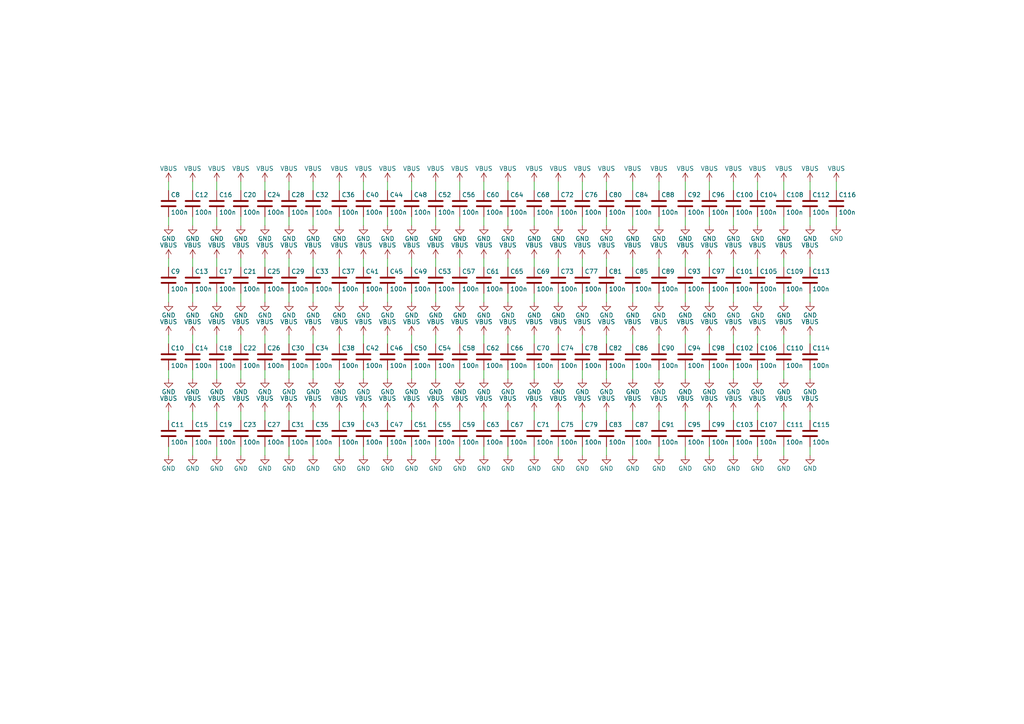
<source format=kicad_sch>
(kicad_sch (version 20211123) (generator eeschema)
  (paper "A4")
  (wire (pts (xy 105.41 119.38) (xy 105.41 121.92)))
  (wire (pts (xy 83.82 97.155) (xy 83.82 99.695)))
  (wire (pts (xy 126.365 129.54) (xy 126.365 132.08)))
  (wire (pts (xy 140.335 62.865) (xy 140.335 65.405)))
  (wire (pts (xy 119.38 119.38) (xy 119.38 121.92)))
  (wire (pts (xy 119.38 74.93) (xy 119.38 77.47)))
  (wire (pts (xy 183.515 85.09) (xy 183.515 87.63)))
  (wire (pts (xy 227.33 62.865) (xy 227.33 65.405)))
  (wire (pts (xy 69.85 119.38) (xy 69.85 121.92)))
  (wire (pts (xy 62.865 62.865) (xy 62.865 65.405)))
  (wire (pts (xy 168.91 74.93) (xy 168.91 77.47)))
  (wire (pts (xy 183.515 129.54) (xy 183.515 132.08)))
  (wire (pts (xy 198.755 85.09) (xy 198.755 87.63)))
  (wire (pts (xy 234.95 74.93) (xy 234.95 77.47)))
  (wire (pts (xy 234.95 129.54) (xy 234.95 132.08)))
  (wire (pts (xy 205.74 129.54) (xy 205.74 132.08)))
  (wire (pts (xy 161.925 129.54) (xy 161.925 132.08)))
  (wire (pts (xy 55.88 52.705) (xy 55.88 55.245)))
  (wire (pts (xy 168.91 62.865) (xy 168.91 65.405)))
  (wire (pts (xy 48.895 85.09) (xy 48.895 87.63)))
  (wire (pts (xy 212.725 74.93) (xy 212.725 77.47)))
  (wire (pts (xy 119.38 62.865) (xy 119.38 65.405)))
  (wire (pts (xy 126.365 119.38) (xy 126.365 121.92)))
  (wire (pts (xy 126.365 52.705) (xy 126.365 55.245)))
  (wire (pts (xy 227.33 97.155) (xy 227.33 99.695)))
  (wire (pts (xy 183.515 62.865) (xy 183.515 65.405)))
  (wire (pts (xy 168.91 107.315) (xy 168.91 109.855)))
  (wire (pts (xy 98.425 119.38) (xy 98.425 121.92)))
  (wire (pts (xy 112.395 52.705) (xy 112.395 55.245)))
  (wire (pts (xy 55.88 85.09) (xy 55.88 87.63)))
  (wire (pts (xy 191.135 74.93) (xy 191.135 77.47)))
  (wire (pts (xy 140.335 97.155) (xy 140.335 99.695)))
  (wire (pts (xy 175.895 62.865) (xy 175.895 65.405)))
  (wire (pts (xy 219.71 85.09) (xy 219.71 87.63)))
  (wire (pts (xy 205.74 52.705) (xy 205.74 55.245)))
  (wire (pts (xy 212.725 129.54) (xy 212.725 132.08)))
  (wire (pts (xy 62.865 85.09) (xy 62.865 87.63)))
  (wire (pts (xy 183.515 107.315) (xy 183.515 109.855)))
  (wire (pts (xy 112.395 74.93) (xy 112.395 77.47)))
  (wire (pts (xy 55.88 97.155) (xy 55.88 99.695)))
  (wire (pts (xy 212.725 107.315) (xy 212.725 109.855)))
  (wire (pts (xy 227.33 129.54) (xy 227.33 132.08)))
  (wire (pts (xy 69.85 107.315) (xy 69.85 109.855)))
  (wire (pts (xy 90.805 107.315) (xy 90.805 109.855)))
  (wire (pts (xy 140.335 129.54) (xy 140.335 132.08)))
  (wire (pts (xy 62.865 119.38) (xy 62.865 121.92)))
  (wire (pts (xy 112.395 119.38) (xy 112.395 121.92)))
  (wire (pts (xy 198.755 119.38) (xy 198.755 121.92)))
  (wire (pts (xy 48.895 97.155) (xy 48.895 99.695)))
  (wire (pts (xy 191.135 129.54) (xy 191.135 132.08)))
  (wire (pts (xy 161.925 107.315) (xy 161.925 109.855)))
  (wire (pts (xy 183.515 119.38) (xy 183.515 121.92)))
  (wire (pts (xy 112.395 129.54) (xy 112.395 132.08)))
  (wire (pts (xy 105.41 74.93) (xy 105.41 77.47)))
  (wire (pts (xy 133.35 119.38) (xy 133.35 121.92)))
  (wire (pts (xy 183.515 74.93) (xy 183.515 77.47)))
  (wire (pts (xy 105.41 62.865) (xy 105.41 65.405)))
  (wire (pts (xy 219.71 52.705) (xy 219.71 55.245)))
  (wire (pts (xy 140.335 107.315) (xy 140.335 109.855)))
  (wire (pts (xy 90.805 129.54) (xy 90.805 132.08)))
  (wire (pts (xy 219.71 119.38) (xy 219.71 121.92)))
  (wire (pts (xy 126.365 107.315) (xy 126.365 109.855)))
  (wire (pts (xy 198.755 62.865) (xy 198.755 65.405)))
  (wire (pts (xy 242.57 52.705) (xy 242.57 55.245)))
  (wire (pts (xy 161.925 119.38) (xy 161.925 121.92)))
  (wire (pts (xy 83.82 62.865) (xy 83.82 65.405)))
  (wire (pts (xy 212.725 85.09) (xy 212.725 87.63)))
  (wire (pts (xy 76.835 74.93) (xy 76.835 77.47)))
  (wire (pts (xy 76.835 129.54) (xy 76.835 132.08)))
  (wire (pts (xy 140.335 85.09) (xy 140.335 87.63)))
  (wire (pts (xy 76.835 85.09) (xy 76.835 87.63)))
  (wire (pts (xy 154.94 85.09) (xy 154.94 87.63)))
  (wire (pts (xy 69.85 52.705) (xy 69.85 55.245)))
  (wire (pts (xy 205.74 97.155) (xy 205.74 99.695)))
  (wire (pts (xy 48.895 119.38) (xy 48.895 121.92)))
  (wire (pts (xy 48.895 107.315) (xy 48.895 109.855)))
  (wire (pts (xy 133.35 129.54) (xy 133.35 132.08)))
  (wire (pts (xy 119.38 97.155) (xy 119.38 99.695)))
  (wire (pts (xy 191.135 119.38) (xy 191.135 121.92)))
  (wire (pts (xy 55.88 129.54) (xy 55.88 132.08)))
  (wire (pts (xy 242.57 62.865) (xy 242.57 65.405)))
  (wire (pts (xy 133.35 52.705) (xy 133.35 55.245)))
  (wire (pts (xy 219.71 62.865) (xy 219.71 65.405)))
  (wire (pts (xy 191.135 107.315) (xy 191.135 109.855)))
  (wire (pts (xy 154.94 107.315) (xy 154.94 109.855)))
  (wire (pts (xy 133.35 97.155) (xy 133.35 99.695)))
  (wire (pts (xy 154.94 52.705) (xy 154.94 55.245)))
  (wire (pts (xy 98.425 107.315) (xy 98.425 109.855)))
  (wire (pts (xy 83.82 85.09) (xy 83.82 87.63)))
  (wire (pts (xy 147.32 74.93) (xy 147.32 77.47)))
  (wire (pts (xy 98.425 97.155) (xy 98.425 99.695)))
  (wire (pts (xy 112.395 85.09) (xy 112.395 87.63)))
  (wire (pts (xy 133.35 107.315) (xy 133.35 109.855)))
  (wire (pts (xy 183.515 97.155) (xy 183.515 99.695)))
  (wire (pts (xy 227.33 85.09) (xy 227.33 87.63)))
  (wire (pts (xy 205.74 119.38) (xy 205.74 121.92)))
  (wire (pts (xy 83.82 119.38) (xy 83.82 121.92)))
  (wire (pts (xy 69.85 62.865) (xy 69.85 65.405)))
  (wire (pts (xy 90.805 62.865) (xy 90.805 65.405)))
  (wire (pts (xy 198.755 107.315) (xy 198.755 109.855)))
  (wire (pts (xy 147.32 85.09) (xy 147.32 87.63)))
  (wire (pts (xy 175.895 74.93) (xy 175.895 77.47)))
  (wire (pts (xy 112.395 97.155) (xy 112.395 99.695)))
  (wire (pts (xy 83.82 129.54) (xy 83.82 132.08)))
  (wire (pts (xy 55.88 107.315) (xy 55.88 109.855)))
  (wire (pts (xy 126.365 97.155) (xy 126.365 99.695)))
  (wire (pts (xy 175.895 85.09) (xy 175.895 87.63)))
  (wire (pts (xy 147.32 97.155) (xy 147.32 99.695)))
  (wire (pts (xy 62.865 74.93) (xy 62.865 77.47)))
  (wire (pts (xy 175.895 107.315) (xy 175.895 109.855)))
  (wire (pts (xy 234.95 119.38) (xy 234.95 121.92)))
  (wire (pts (xy 175.895 97.155) (xy 175.895 99.695)))
  (wire (pts (xy 147.32 129.54) (xy 147.32 132.08)))
  (wire (pts (xy 227.33 119.38) (xy 227.33 121.92)))
  (wire (pts (xy 219.71 97.155) (xy 219.71 99.695)))
  (wire (pts (xy 212.725 119.38) (xy 212.725 121.92)))
  (wire (pts (xy 234.95 107.315) (xy 234.95 109.855)))
  (wire (pts (xy 105.41 97.155) (xy 105.41 99.695)))
  (wire (pts (xy 90.805 74.93) (xy 90.805 77.47)))
  (wire (pts (xy 234.95 85.09) (xy 234.95 87.63)))
  (wire (pts (xy 227.33 74.93) (xy 227.33 77.47)))
  (wire (pts (xy 205.74 62.865) (xy 205.74 65.405)))
  (wire (pts (xy 48.895 129.54) (xy 48.895 132.08)))
  (wire (pts (xy 161.925 97.155) (xy 161.925 99.695)))
  (wire (pts (xy 105.41 129.54) (xy 105.41 132.08)))
  (wire (pts (xy 62.865 97.155) (xy 62.865 99.695)))
  (wire (pts (xy 154.94 97.155) (xy 154.94 99.695)))
  (wire (pts (xy 76.835 52.705) (xy 76.835 55.245)))
  (wire (pts (xy 76.835 119.38) (xy 76.835 121.92)))
  (wire (pts (xy 133.35 74.93) (xy 133.35 77.47)))
  (wire (pts (xy 198.755 97.155) (xy 198.755 99.695)))
  (wire (pts (xy 234.95 62.865) (xy 234.95 65.405)))
  (wire (pts (xy 83.82 107.315) (xy 83.82 109.855)))
  (wire (pts (xy 55.88 74.93) (xy 55.88 77.47)))
  (wire (pts (xy 219.71 129.54) (xy 219.71 132.08)))
  (wire (pts (xy 205.74 74.93) (xy 205.74 77.47)))
  (wire (pts (xy 90.805 52.705) (xy 90.805 55.245)))
  (wire (pts (xy 62.865 129.54) (xy 62.865 132.08)))
  (wire (pts (xy 98.425 129.54) (xy 98.425 132.08)))
  (wire (pts (xy 147.32 52.705) (xy 147.32 55.245)))
  (wire (pts (xy 126.365 62.865) (xy 126.365 65.405)))
  (wire (pts (xy 212.725 97.155) (xy 212.725 99.695)))
  (wire (pts (xy 69.85 85.09) (xy 69.85 87.63)))
  (wire (pts (xy 105.41 52.705) (xy 105.41 55.245)))
  (wire (pts (xy 227.33 52.705) (xy 227.33 55.245)))
  (wire (pts (xy 205.74 85.09) (xy 205.74 87.63)))
  (wire (pts (xy 119.38 85.09) (xy 119.38 87.63)))
  (wire (pts (xy 183.515 52.705) (xy 183.515 55.245)))
  (wire (pts (xy 161.925 85.09) (xy 161.925 87.63)))
  (wire (pts (xy 69.85 97.155) (xy 69.85 99.695)))
  (wire (pts (xy 154.94 62.865) (xy 154.94 65.405)))
  (wire (pts (xy 98.425 62.865) (xy 98.425 65.405)))
  (wire (pts (xy 161.925 74.93) (xy 161.925 77.47)))
  (wire (pts (xy 48.895 74.93) (xy 48.895 77.47)))
  (wire (pts (xy 69.85 74.93) (xy 69.85 77.47)))
  (wire (pts (xy 112.395 107.315) (xy 112.395 109.855)))
  (wire (pts (xy 147.32 62.865) (xy 147.32 65.405)))
  (wire (pts (xy 98.425 74.93) (xy 98.425 77.47)))
  (wire (pts (xy 126.365 74.93) (xy 126.365 77.47)))
  (wire (pts (xy 105.41 85.09) (xy 105.41 87.63)))
  (wire (pts (xy 112.395 62.865) (xy 112.395 65.405)))
  (wire (pts (xy 140.335 74.93) (xy 140.335 77.47)))
  (wire (pts (xy 161.925 52.705) (xy 161.925 55.245)))
  (wire (pts (xy 133.35 62.865) (xy 133.35 65.405)))
  (wire (pts (xy 175.895 52.705) (xy 175.895 55.245)))
  (wire (pts (xy 154.94 74.93) (xy 154.94 77.47)))
  (wire (pts (xy 168.91 129.54) (xy 168.91 132.08)))
  (wire (pts (xy 83.82 52.705) (xy 83.82 55.245)))
  (wire (pts (xy 147.32 107.315) (xy 147.32 109.855)))
  (wire (pts (xy 191.135 62.865) (xy 191.135 65.405)))
  (wire (pts (xy 234.95 52.705) (xy 234.95 55.245)))
  (wire (pts (xy 48.895 62.865) (xy 48.895 65.405)))
  (wire (pts (xy 98.425 85.09) (xy 98.425 87.63)))
  (wire (pts (xy 212.725 62.865) (xy 212.725 65.405)))
  (wire (pts (xy 212.725 52.705) (xy 212.725 55.245)))
  (wire (pts (xy 105.41 107.315) (xy 105.41 109.855)))
  (wire (pts (xy 119.38 107.315) (xy 119.38 109.855)))
  (wire (pts (xy 219.71 74.93) (xy 219.71 77.47)))
  (wire (pts (xy 168.91 119.38) (xy 168.91 121.92)))
  (wire (pts (xy 126.365 85.09) (xy 126.365 87.63)))
  (wire (pts (xy 55.88 62.865) (xy 55.88 65.405)))
  (wire (pts (xy 90.805 97.155) (xy 90.805 99.695)))
  (wire (pts (xy 227.33 107.315) (xy 227.33 109.855)))
  (wire (pts (xy 140.335 119.38) (xy 140.335 121.92)))
  (wire (pts (xy 90.805 119.38) (xy 90.805 121.92)))
  (wire (pts (xy 133.35 85.09) (xy 133.35 87.63)))
  (wire (pts (xy 191.135 85.09) (xy 191.135 87.63)))
  (wire (pts (xy 83.82 74.93) (xy 83.82 77.47)))
  (wire (pts (xy 119.38 129.54) (xy 119.38 132.08)))
  (wire (pts (xy 219.71 107.315) (xy 219.71 109.855)))
  (wire (pts (xy 90.805 85.09) (xy 90.805 87.63)))
  (wire (pts (xy 234.95 97.155) (xy 234.95 99.695)))
  (wire (pts (xy 76.835 97.155) (xy 76.835 99.695)))
  (wire (pts (xy 168.91 52.705) (xy 168.91 55.245)))
  (wire (pts (xy 168.91 97.155) (xy 168.91 99.695)))
  (wire (pts (xy 140.335 52.705) (xy 140.335 55.245)))
  (wire (pts (xy 191.135 52.705) (xy 191.135 55.245)))
  (wire (pts (xy 198.755 74.93) (xy 198.755 77.47)))
  (wire (pts (xy 98.425 52.705) (xy 98.425 55.245)))
  (wire (pts (xy 76.835 62.865) (xy 76.835 65.405)))
  (wire (pts (xy 76.835 107.315) (xy 76.835 109.855)))
  (wire (pts (xy 154.94 119.38) (xy 154.94 121.92)))
  (wire (pts (xy 205.74 107.315) (xy 205.74 109.855)))
  (wire (pts (xy 168.91 85.09) (xy 168.91 87.63)))
  (wire (pts (xy 69.85 129.54) (xy 69.85 132.08)))
  (wire (pts (xy 175.895 129.54) (xy 175.895 132.08)))
  (wire (pts (xy 175.895 119.38) (xy 175.895 121.92)))
  (wire (pts (xy 119.38 52.705) (xy 119.38 55.245)))
  (wire (pts (xy 55.88 119.38) (xy 55.88 121.92)))
  (wire (pts (xy 161.925 62.865) (xy 161.925 65.405)))
  (wire (pts (xy 154.94 129.54) (xy 154.94 132.08)))
  (wire (pts (xy 147.32 119.38) (xy 147.32 121.92)))
  (wire (pts (xy 198.755 129.54) (xy 198.755 132.08)))
  (wire (pts (xy 191.135 97.155) (xy 191.135 99.695)))
  (wire (pts (xy 48.895 52.705) (xy 48.895 55.245)))
  (wire (pts (xy 62.865 52.705) (xy 62.865 55.245)))
  (wire (pts (xy 198.755 52.705) (xy 198.755 55.245)))
  (wire (pts (xy 62.865 107.315) (xy 62.865 109.855)))
  (symbol (lib_id "Device:C") (at 126.365 81.28 0) (unit 1)
    (property "Reference" "C53" (at 127 78.74 0) (effects (justify left)))
    (property "Value" "100n" (at 127 83.82 0) (effects (justify left)))
    (property "Footprint" "Capacitor_SMD:C_0603_1608Metric_Pad1.08x0.95mm_HandSolder" (effects hide))
  )
  (symbol (lib_id "power:GND") (at 62.865 132.08 0) (unit 1)
    (property "Reference" "#PWR0280" (effects hide))
    (property "Value" "GND" (at 62.865 135.89 0))
  )
  (symbol (lib_id "power:VBUS") (at 191.135 74.93 0) (unit 1)
    (property "Reference" "#PWR0419" (effects hide))
    (property "Value" "VBUS" (at 191.135 71.12 0))
  )
  (symbol (lib_id "Device:C") (at 83.82 81.28 0) (unit 1)
    (property "Reference" "C29" (at 84.455 78.74 0) (effects (justify left)))
    (property "Value" "100n" (at 84.455 83.82 0) (effects (justify left)))
    (property "Footprint" "Capacitor_SMD:C_0603_1608Metric_Pad1.08x0.95mm_HandSolder" (effects hide))
  )
  (symbol (lib_id "Device:C") (at 147.32 81.28 0) (unit 1)
    (property "Reference" "C65" (at 147.955 78.74 0) (effects (justify left)))
    (property "Value" "100n" (at 147.955 83.82 0) (effects (justify left)))
    (property "Footprint" "Capacitor_SMD:C_0603_1608Metric_Pad1.08x0.95mm_HandSolder" (effects hide))
  )
  (symbol (lib_id "power:GND") (at 161.925 109.855 0) (unit 1)
    (property "Reference" "#PWR0390" (effects hide))
    (property "Value" "GND" (at 161.925 113.665 0))
  )
  (symbol (lib_id "power:GND") (at 198.755 132.08 0) (unit 1)
    (property "Reference" "#PWR0432" (effects hide))
    (property "Value" "GND" (at 198.755 135.89 0))
  )
  (symbol (lib_id "power:VBUS") (at 191.135 97.155 0) (unit 1)
    (property "Reference" "#PWR0421" (effects hide))
    (property "Value" "VBUS" (at 191.135 93.345 0))
  )
  (symbol (lib_id "power:VBUS") (at 219.71 52.705 0) (unit 1)
    (property "Reference" "#PWR0449" (effects hide))
    (property "Value" "VBUS" (at 219.71 48.895 0))
  )
  (symbol (lib_id "Device:C") (at 83.82 103.505 0) (unit 1)
    (property "Reference" "C30" (at 84.455 100.965 0) (effects (justify left)))
    (property "Value" "100n" (at 84.455 106.045 0) (effects (justify left)))
    (property "Footprint" "Capacitor_SMD:C_0603_1608Metric_Pad1.08x0.95mm_HandSolder" (effects hide))
  )
  (symbol (lib_id "Device:C") (at 175.895 81.28 0) (unit 1)
    (property "Reference" "C81" (at 176.53 78.74 0) (effects (justify left)))
    (property "Value" "100n" (at 176.53 83.82 0) (effects (justify left)))
    (property "Footprint" "Capacitor_SMD:C_0603_1608Metric_Pad1.08x0.95mm_HandSolder" (effects hide))
  )
  (symbol (lib_id "Device:C") (at 112.395 125.73 0) (unit 1)
    (property "Reference" "C47" (at 113.03 123.19 0) (effects (justify left)))
    (property "Value" "100n" (at 113.03 128.27 0) (effects (justify left)))
    (property "Footprint" "Capacitor_SMD:C_0603_1608Metric_Pad1.08x0.95mm_HandSolder" (effects hide))
  )
  (symbol (lib_id "Device:C") (at 242.57 59.055 0) (unit 1)
    (property "Reference" "C116" (at 243.205 56.515 0) (effects (justify left)))
    (property "Value" "100n" (at 243.205 61.595 0) (effects (justify left)))
    (property "Footprint" "Capacitor_SMD:C_0603_1608Metric_Pad1.08x0.95mm_HandSolder" (effects hide))
  )
  (symbol (lib_id "power:VBUS") (at 133.35 52.705 0) (unit 1)
    (property "Reference" "#PWR0353" (effects hide))
    (property "Value" "VBUS" (at 133.35 48.895 0))
  )
  (symbol (lib_id "power:GND") (at 212.725 65.405 0) (unit 1)
    (property "Reference" "#PWR0442" (effects hide))
    (property "Value" "GND" (at 212.725 69.215 0))
  )
  (symbol (lib_id "power:VBUS") (at 83.82 119.38 0) (unit 1)
    (property "Reference" "#PWR0303" (effects hide))
    (property "Value" "VBUS" (at 83.82 115.57 0))
  )
  (symbol (lib_id "power:GND") (at 62.865 87.63 0) (unit 1)
    (property "Reference" "#PWR0276" (effects hide))
    (property "Value" "GND" (at 62.865 91.44 0))
  )
  (symbol (lib_id "power:VBUS") (at 191.135 119.38 0) (unit 1)
    (property "Reference" "#PWR0423" (effects hide))
    (property "Value" "VBUS" (at 191.135 115.57 0))
  )
  (symbol (lib_id "Device:C") (at 175.895 125.73 0) (unit 1)
    (property "Reference" "C83" (at 176.53 123.19 0) (effects (justify left)))
    (property "Value" "100n" (at 176.53 128.27 0) (effects (justify left)))
    (property "Footprint" "Capacitor_SMD:C_0603_1608Metric_Pad1.08x0.95mm_HandSolder" (effects hide))
  )
  (symbol (lib_id "power:GND") (at 76.835 87.63 0) (unit 1)
    (property "Reference" "#PWR0292" (effects hide))
    (property "Value" "GND" (at 76.835 91.44 0))
  )
  (symbol (lib_id "Device:C") (at 126.365 59.055 0) (unit 1)
    (property "Reference" "C52" (at 127 56.515 0) (effects (justify left)))
    (property "Value" "100n" (at 127 61.595 0) (effects (justify left)))
    (property "Footprint" "Capacitor_SMD:C_0603_1608Metric_Pad1.08x0.95mm_HandSolder" (effects hide))
  )
  (symbol (lib_id "power:GND") (at 154.94 65.405 0) (unit 1)
    (property "Reference" "#PWR0378" (effects hide))
    (property "Value" "GND" (at 154.94 69.215 0))
  )
  (symbol (lib_id "power:VBUS") (at 112.395 52.705 0) (unit 1)
    (property "Reference" "#PWR0329" (effects hide))
    (property "Value" "VBUS" (at 112.395 48.895 0))
  )
  (symbol (lib_id "power:VBUS") (at 98.425 119.38 0) (unit 1)
    (property "Reference" "#PWR0319" (effects hide))
    (property "Value" "VBUS" (at 98.425 115.57 0))
  )
  (symbol (lib_id "power:GND") (at 154.94 109.855 0) (unit 1)
    (property "Reference" "#PWR0382" (effects hide))
    (property "Value" "GND" (at 154.94 113.665 0))
  )
  (symbol (lib_id "power:VBUS") (at 227.33 97.155 0) (unit 1)
    (property "Reference" "#PWR0461" (effects hide))
    (property "Value" "VBUS" (at 227.33 93.345 0))
  )
  (symbol (lib_id "power:GND") (at 191.135 65.405 0) (unit 1)
    (property "Reference" "#PWR0418" (effects hide))
    (property "Value" "GND" (at 191.135 69.215 0))
  )
  (symbol (lib_id "power:VBUS") (at 147.32 74.93 0) (unit 1)
    (property "Reference" "#PWR0371" (effects hide))
    (property "Value" "VBUS" (at 147.32 71.12 0))
  )
  (symbol (lib_id "power:VBUS") (at 175.895 52.705 0) (unit 1)
    (property "Reference" "#PWR0401" (effects hide))
    (property "Value" "VBUS" (at 175.895 48.895 0))
  )
  (symbol (lib_id "Device:C") (at 234.95 59.055 0) (unit 1)
    (property "Reference" "C112" (at 235.585 56.515 0) (effects (justify left)))
    (property "Value" "100n" (at 235.585 61.595 0) (effects (justify left)))
    (property "Footprint" "Capacitor_SMD:C_0603_1608Metric_Pad1.08x0.95mm_HandSolder" (effects hide))
  )
  (symbol (lib_id "Device:C") (at 112.395 103.505 0) (unit 1)
    (property "Reference" "C46" (at 113.03 100.965 0) (effects (justify left)))
    (property "Value" "100n" (at 113.03 106.045 0) (effects (justify left)))
    (property "Footprint" "Capacitor_SMD:C_0603_1608Metric_Pad1.08x0.95mm_HandSolder" (effects hide))
  )
  (symbol (lib_id "power:VBUS") (at 55.88 97.155 0) (unit 1)
    (property "Reference" "#PWR0269" (effects hide))
    (property "Value" "VBUS" (at 55.88 93.345 0))
  )
  (symbol (lib_id "power:VBUS") (at 105.41 97.155 0) (unit 1)
    (property "Reference" "#PWR0325" (effects hide))
    (property "Value" "VBUS" (at 105.41 93.345 0))
  )
  (symbol (lib_id "Device:C") (at 69.85 59.055 0) (unit 1)
    (property "Reference" "C20" (at 70.485 56.515 0) (effects (justify left)))
    (property "Value" "100n" (at 70.485 61.595 0) (effects (justify left)))
    (property "Footprint" "Capacitor_SMD:C_0603_1608Metric_Pad1.08x0.95mm_HandSolder" (effects hide))
  )
  (symbol (lib_id "Device:C") (at 168.91 103.505 0) (unit 1)
    (property "Reference" "C78" (at 169.545 100.965 0) (effects (justify left)))
    (property "Value" "100n" (at 169.545 106.045 0) (effects (justify left)))
    (property "Footprint" "Capacitor_SMD:C_0603_1608Metric_Pad1.08x0.95mm_HandSolder" (effects hide))
  )
  (symbol (lib_id "Device:C") (at 191.135 125.73 0) (unit 1)
    (property "Reference" "C91" (at 191.77 123.19 0) (effects (justify left)))
    (property "Value" "100n" (at 191.77 128.27 0) (effects (justify left)))
    (property "Footprint" "Capacitor_SMD:C_0603_1608Metric_Pad1.08x0.95mm_HandSolder" (effects hide))
  )
  (symbol (lib_id "power:VBUS") (at 154.94 74.93 0) (unit 1)
    (property "Reference" "#PWR0379" (effects hide))
    (property "Value" "VBUS" (at 154.94 71.12 0))
  )
  (symbol (lib_id "Device:C") (at 90.805 81.28 0) (unit 1)
    (property "Reference" "C33" (at 91.44 78.74 0) (effects (justify left)))
    (property "Value" "100n" (at 91.44 83.82 0) (effects (justify left)))
    (property "Footprint" "Capacitor_SMD:C_0603_1608Metric_Pad1.08x0.95mm_HandSolder" (effects hide))
  )
  (symbol (lib_id "Device:C") (at 133.35 59.055 0) (unit 1)
    (property "Reference" "C56" (at 133.985 56.515 0) (effects (justify left)))
    (property "Value" "100n" (at 133.985 61.595 0) (effects (justify left)))
    (property "Footprint" "Capacitor_SMD:C_0603_1608Metric_Pad1.08x0.95mm_HandSolder" (effects hide))
  )
  (symbol (lib_id "Device:C") (at 119.38 103.505 0) (unit 1)
    (property "Reference" "C50" (at 120.015 100.965 0) (effects (justify left)))
    (property "Value" "100n" (at 120.015 106.045 0) (effects (justify left)))
    (property "Footprint" "Capacitor_SMD:C_0603_1608Metric_Pad1.08x0.95mm_HandSolder" (effects hide))
  )
  (symbol (lib_id "Device:C") (at 55.88 103.505 0) (unit 1)
    (property "Reference" "C14" (at 56.515 100.965 0) (effects (justify left)))
    (property "Value" "100n" (at 56.515 106.045 0) (effects (justify left)))
    (property "Footprint" "Capacitor_SMD:C_0603_1608Metric_Pad1.08x0.95mm_HandSolder" (effects hide))
  )
  (symbol (lib_id "power:VBUS") (at 126.365 74.93 0) (unit 1)
    (property "Reference" "#PWR0347" (effects hide))
    (property "Value" "VBUS" (at 126.365 71.12 0))
  )
  (symbol (lib_id "Device:C") (at 126.365 125.73 0) (unit 1)
    (property "Reference" "C55" (at 127 123.19 0) (effects (justify left)))
    (property "Value" "100n" (at 127 128.27 0) (effects (justify left)))
    (property "Footprint" "Capacitor_SMD:C_0603_1608Metric_Pad1.08x0.95mm_HandSolder" (effects hide))
  )
  (symbol (lib_id "power:GND") (at 105.41 65.405 0) (unit 1)
    (property "Reference" "#PWR0322" (effects hide))
    (property "Value" "GND" (at 105.41 69.215 0))
  )
  (symbol (lib_id "Device:C") (at 234.95 81.28 0) (unit 1)
    (property "Reference" "C113" (at 235.585 78.74 0) (effects (justify left)))
    (property "Value" "100n" (at 235.585 83.82 0) (effects (justify left)))
    (property "Footprint" "Capacitor_SMD:C_0603_1608Metric_Pad1.08x0.95mm_HandSolder" (effects hide))
  )
  (symbol (lib_id "Device:C") (at 219.71 59.055 0) (unit 1)
    (property "Reference" "C104" (at 220.345 56.515 0) (effects (justify left)))
    (property "Value" "100n" (at 220.345 61.595 0) (effects (justify left)))
    (property "Footprint" "Capacitor_SMD:C_0603_1608Metric_Pad1.08x0.95mm_HandSolder" (effects hide))
  )
  (symbol (lib_id "power:VBUS") (at 126.365 119.38 0) (unit 1)
    (property "Reference" "#PWR0351" (effects hide))
    (property "Value" "VBUS" (at 126.365 115.57 0))
  )
  (symbol (lib_id "power:VBUS") (at 133.35 97.155 0) (unit 1)
    (property "Reference" "#PWR0357" (effects hide))
    (property "Value" "VBUS" (at 133.35 93.345 0))
  )
  (symbol (lib_id "power:GND") (at 76.835 109.855 0) (unit 1)
    (property "Reference" "#PWR0294" (effects hide))
    (property "Value" "GND" (at 76.835 113.665 0))
  )
  (symbol (lib_id "Device:C") (at 55.88 125.73 0) (unit 1)
    (property "Reference" "C15" (at 56.515 123.19 0) (effects (justify left)))
    (property "Value" "100n" (at 56.515 128.27 0) (effects (justify left)))
    (property "Footprint" "Capacitor_SMD:C_0603_1608Metric_Pad1.08x0.95mm_HandSolder" (effects hide))
  )
  (symbol (lib_id "Device:C") (at 154.94 59.055 0) (unit 1)
    (property "Reference" "C68" (at 155.575 56.515 0) (effects (justify left)))
    (property "Value" "100n" (at 155.575 61.595 0) (effects (justify left)))
    (property "Footprint" "Capacitor_SMD:C_0603_1608Metric_Pad1.08x0.95mm_HandSolder" (effects hide))
  )
  (symbol (lib_id "power:VBUS") (at 83.82 97.155 0) (unit 1)
    (property "Reference" "#PWR0301" (effects hide))
    (property "Value" "VBUS" (at 83.82 93.345 0))
  )
  (symbol (lib_id "power:GND") (at 83.82 65.405 0) (unit 1)
    (property "Reference" "#PWR0298" (effects hide))
    (property "Value" "GND" (at 83.82 69.215 0))
  )
  (symbol (lib_id "power:VBUS") (at 105.41 119.38 0) (unit 1)
    (property "Reference" "#PWR0327" (effects hide))
    (property "Value" "VBUS" (at 105.41 115.57 0))
  )
  (symbol (lib_id "power:GND") (at 126.365 109.855 0) (unit 1)
    (property "Reference" "#PWR0350" (effects hide))
    (property "Value" "GND" (at 126.365 113.665 0))
  )
  (symbol (lib_id "power:VBUS") (at 119.38 74.93 0) (unit 1)
    (property "Reference" "#PWR0339" (effects hide))
    (property "Value" "VBUS" (at 119.38 71.12 0))
  )
  (symbol (lib_id "power:VBUS") (at 69.85 52.705 0) (unit 1)
    (property "Reference" "#PWR0281" (effects hide))
    (property "Value" "VBUS" (at 69.85 48.895 0))
  )
  (symbol (lib_id "power:GND") (at 227.33 132.08 0) (unit 1)
    (property "Reference" "#PWR0464" (effects hide))
    (property "Value" "GND" (at 227.33 135.89 0))
  )
  (symbol (lib_id "power:VBUS") (at 55.88 52.705 0) (unit 1)
    (property "Reference" "#PWR0265" (effects hide))
    (property "Value" "VBUS" (at 55.88 48.895 0))
  )
  (symbol (lib_id "power:GND") (at 147.32 87.63 0) (unit 1)
    (property "Reference" "#PWR0372" (effects hide))
    (property "Value" "GND" (at 147.32 91.44 0))
  )
  (symbol (lib_id "Device:C") (at 183.515 59.055 0) (unit 1)
    (property "Reference" "C84" (at 184.15 56.515 0) (effects (justify left)))
    (property "Value" "100n" (at 184.15 61.595 0) (effects (justify left)))
    (property "Footprint" "Capacitor_SMD:C_0603_1608Metric_Pad1.08x0.95mm_HandSolder" (effects hide))
  )
  (symbol (lib_id "power:VBUS") (at 90.805 97.155 0) (unit 1)
    (property "Reference" "#PWR0309" (effects hide))
    (property "Value" "VBUS" (at 90.805 93.345 0))
  )
  (symbol (lib_id "power:GND") (at 69.85 65.405 0) (unit 1)
    (property "Reference" "#PWR0282" (effects hide))
    (property "Value" "GND" (at 69.85 69.215 0))
  )
  (symbol (lib_id "Device:C") (at 119.38 81.28 0) (unit 1)
    (property "Reference" "C49" (at 120.015 78.74 0) (effects (justify left)))
    (property "Value" "100n" (at 120.015 83.82 0) (effects (justify left)))
    (property "Footprint" "Capacitor_SMD:C_0603_1608Metric_Pad1.08x0.95mm_HandSolder" (effects hide))
  )
  (symbol (lib_id "power:VBUS") (at 198.755 74.93 0) (unit 1)
    (property "Reference" "#PWR0427" (effects hide))
    (property "Value" "VBUS" (at 198.755 71.12 0))
  )
  (symbol (lib_id "power:GND") (at 119.38 132.08 0) (unit 1)
    (property "Reference" "#PWR0344" (effects hide))
    (property "Value" "GND" (at 119.38 135.89 0))
  )
  (symbol (lib_id "power:VBUS") (at 205.74 74.93 0) (unit 1)
    (property "Reference" "#PWR0435" (effects hide))
    (property "Value" "VBUS" (at 205.74 71.12 0))
  )
  (symbol (lib_id "Device:C") (at 133.35 125.73 0) (unit 1)
    (property "Reference" "C59" (at 133.985 123.19 0) (effects (justify left)))
    (property "Value" "100n" (at 133.985 128.27 0) (effects (justify left)))
    (property "Footprint" "Capacitor_SMD:C_0603_1608Metric_Pad1.08x0.95mm_HandSolder" (effects hide))
  )
  (symbol (lib_id "power:GND") (at 175.895 87.63 0) (unit 1)
    (property "Reference" "#PWR0404" (effects hide))
    (property "Value" "GND" (at 175.895 91.44 0))
  )
  (symbol (lib_id "Device:C") (at 205.74 59.055 0) (unit 1)
    (property "Reference" "C96" (at 206.375 56.515 0) (effects (justify left)))
    (property "Value" "100n" (at 206.375 61.595 0) (effects (justify left)))
    (property "Footprint" "Capacitor_SMD:C_0603_1608Metric_Pad1.08x0.95mm_HandSolder" (effects hide))
  )
  (symbol (lib_id "Device:C") (at 133.35 103.505 0) (unit 1)
    (property "Reference" "C58" (at 133.985 100.965 0) (effects (justify left)))
    (property "Value" "100n" (at 133.985 106.045 0) (effects (justify left)))
    (property "Footprint" "Capacitor_SMD:C_0603_1608Metric_Pad1.08x0.95mm_HandSolder" (effects hide))
  )
  (symbol (lib_id "power:GND") (at 175.895 65.405 0) (unit 1)
    (property "Reference" "#PWR0402" (effects hide))
    (property "Value" "GND" (at 175.895 69.215 0))
  )
  (symbol (lib_id "power:VBUS") (at 183.515 74.93 0) (unit 1)
    (property "Reference" "#PWR0411" (effects hide))
    (property "Value" "VBUS" (at 183.515 71.12 0))
  )
  (symbol (lib_id "Device:C") (at 83.82 125.73 0) (unit 1)
    (property "Reference" "C31" (at 84.455 123.19 0) (effects (justify left)))
    (property "Value" "100n" (at 84.455 128.27 0) (effects (justify left)))
    (property "Footprint" "Capacitor_SMD:C_0603_1608Metric_Pad1.08x0.95mm_HandSolder" (effects hide))
  )
  (symbol (lib_id "power:GND") (at 126.365 132.08 0) (unit 1)
    (property "Reference" "#PWR0352" (effects hide))
    (property "Value" "GND" (at 126.365 135.89 0))
  )
  (symbol (lib_id "power:VBUS") (at 105.41 52.705 0) (unit 1)
    (property "Reference" "#PWR0321" (effects hide))
    (property "Value" "VBUS" (at 105.41 48.895 0))
  )
  (symbol (lib_id "power:VBUS") (at 168.91 119.38 0) (unit 1)
    (property "Reference" "#PWR0399" (effects hide))
    (property "Value" "VBUS" (at 168.91 115.57 0))
  )
  (symbol (lib_id "power:GND") (at 212.725 87.63 0) (unit 1)
    (property "Reference" "#PWR0444" (effects hide))
    (property "Value" "GND" (at 212.725 91.44 0))
  )
  (symbol (lib_id "power:GND") (at 69.85 109.855 0) (unit 1)
    (property "Reference" "#PWR0286" (effects hide))
    (property "Value" "GND" (at 69.85 113.665 0))
  )
  (symbol (lib_id "Device:C") (at 183.515 125.73 0) (unit 1)
    (property "Reference" "C87" (at 184.15 123.19 0) (effects (justify left)))
    (property "Value" "100n" (at 184.15 128.27 0) (effects (justify left)))
    (property "Footprint" "Capacitor_SMD:C_0603_1608Metric_Pad1.08x0.95mm_HandSolder" (effects hide))
  )
  (symbol (lib_id "Device:C") (at 105.41 59.055 0) (unit 1)
    (property "Reference" "C40" (at 106.045 56.515 0) (effects (justify left)))
    (property "Value" "100n" (at 106.045 61.595 0) (effects (justify left)))
    (property "Footprint" "Capacitor_SMD:C_0603_1608Metric_Pad1.08x0.95mm_HandSolder" (effects hide))
  )
  (symbol (lib_id "power:VBUS") (at 154.94 97.155 0) (unit 1)
    (property "Reference" "#PWR0381" (effects hide))
    (property "Value" "VBUS" (at 154.94 93.345 0))
  )
  (symbol (lib_id "power:VBUS") (at 76.835 52.705 0) (unit 1)
    (property "Reference" "#PWR0289" (effects hide))
    (property "Value" "VBUS" (at 76.835 48.895 0))
  )
  (symbol (lib_id "Device:C") (at 147.32 59.055 0) (unit 1)
    (property "Reference" "C64" (at 147.955 56.515 0) (effects (justify left)))
    (property "Value" "100n" (at 147.955 61.595 0) (effects (justify left)))
    (property "Footprint" "Capacitor_SMD:C_0603_1608Metric_Pad1.08x0.95mm_HandSolder" (effects hide))
  )
  (symbol (lib_id "power:VBUS") (at 98.425 97.155 0) (unit 1)
    (property "Reference" "#PWR0317" (effects hide))
    (property "Value" "VBUS" (at 98.425 93.345 0))
  )
  (symbol (lib_id "power:GND") (at 191.135 109.855 0) (unit 1)
    (property "Reference" "#PWR0422" (effects hide))
    (property "Value" "GND" (at 191.135 113.665 0))
  )
  (symbol (lib_id "power:GND") (at 168.91 109.855 0) (unit 1)
    (property "Reference" "#PWR0398" (effects hide))
    (property "Value" "GND" (at 168.91 113.665 0))
  )
  (symbol (lib_id "Device:C") (at 48.895 81.28 0) (unit 1)
    (property "Reference" "C9" (at 49.53 78.74 0) (effects (justify left)))
    (property "Value" "100n" (at 49.53 83.82 0) (effects (justify left)))
    (property "Footprint" "Capacitor_SMD:C_0603_1608Metric_Pad1.08x0.95mm_HandSolder" (effects hide))
  )
  (symbol (lib_id "Device:C") (at 62.865 125.73 0) (unit 1)
    (property "Reference" "C19" (at 63.5 123.19 0) (effects (justify left)))
    (property "Value" "100n" (at 63.5 128.27 0) (effects (justify left)))
    (property "Footprint" "Capacitor_SMD:C_0603_1608Metric_Pad1.08x0.95mm_HandSolder" (effects hide))
  )
  (symbol (lib_id "Device:C") (at 55.88 81.28 0) (unit 1)
    (property "Reference" "C13" (at 56.515 78.74 0) (effects (justify left)))
    (property "Value" "100n" (at 56.515 83.82 0) (effects (justify left)))
    (property "Footprint" "Capacitor_SMD:C_0603_1608Metric_Pad1.08x0.95mm_HandSolder" (effects hide))
  )
  (symbol (lib_id "power:VBUS") (at 161.925 119.38 0) (unit 1)
    (property "Reference" "#PWR0391" (effects hide))
    (property "Value" "VBUS" (at 161.925 115.57 0))
  )
  (symbol (lib_id "Device:C") (at 98.425 59.055 0) (unit 1)
    (property "Reference" "C36" (at 99.06 56.515 0) (effects (justify left)))
    (property "Value" "100n" (at 99.06 61.595 0) (effects (justify left)))
    (property "Footprint" "Capacitor_SMD:C_0603_1608Metric_Pad1.08x0.95mm_HandSolder" (effects hide))
  )
  (symbol (lib_id "Device:C") (at 168.91 81.28 0) (unit 1)
    (property "Reference" "C77" (at 169.545 78.74 0) (effects (justify left)))
    (property "Value" "100n" (at 169.545 83.82 0) (effects (justify left)))
    (property "Footprint" "Capacitor_SMD:C_0603_1608Metric_Pad1.08x0.95mm_HandSolder" (effects hide))
  )
  (symbol (lib_id "Device:C") (at 112.395 59.055 0) (unit 1)
    (property "Reference" "C44" (at 113.03 56.515 0) (effects (justify left)))
    (property "Value" "100n" (at 113.03 61.595 0) (effects (justify left)))
    (property "Footprint" "Capacitor_SMD:C_0603_1608Metric_Pad1.08x0.95mm_HandSolder" (effects hide))
  )
  (symbol (lib_id "power:VBUS") (at 48.895 74.93 0) (unit 1)
    (property "Reference" "#PWR0259" (effects hide))
    (property "Value" "VBUS" (at 48.895 71.12 0))
  )
  (symbol (lib_id "Device:C") (at 175.895 59.055 0) (unit 1)
    (property "Reference" "C80" (at 176.53 56.515 0) (effects (justify left)))
    (property "Value" "100n" (at 176.53 61.595 0) (effects (justify left)))
    (property "Footprint" "Capacitor_SMD:C_0603_1608Metric_Pad1.08x0.95mm_HandSolder" (effects hide))
  )
  (symbol (lib_id "Device:C") (at 76.835 59.055 0) (unit 1)
    (property "Reference" "C24" (at 77.47 56.515 0) (effects (justify left)))
    (property "Value" "100n" (at 77.47 61.595 0) (effects (justify left)))
    (property "Footprint" "Capacitor_SMD:C_0603_1608Metric_Pad1.08x0.95mm_HandSolder" (effects hide))
  )
  (symbol (lib_id "power:VBUS") (at 234.95 74.93 0) (unit 1)
    (property "Reference" "#PWR0467" (effects hide))
    (property "Value" "VBUS" (at 234.95 71.12 0))
  )
  (symbol (lib_id "power:VBUS") (at 161.925 97.155 0) (unit 1)
    (property "Reference" "#PWR0389" (effects hide))
    (property "Value" "VBUS" (at 161.925 93.345 0))
  )
  (symbol (lib_id "power:GND") (at 219.71 87.63 0) (unit 1)
    (property "Reference" "#PWR0452" (effects hide))
    (property "Value" "GND" (at 219.71 91.44 0))
  )
  (symbol (lib_id "Device:C") (at 126.365 103.505 0) (unit 1)
    (property "Reference" "C54" (at 127 100.965 0) (effects (justify left)))
    (property "Value" "100n" (at 127 106.045 0) (effects (justify left)))
    (property "Footprint" "Capacitor_SMD:C_0603_1608Metric_Pad1.08x0.95mm_HandSolder" (effects hide))
  )
  (symbol (lib_id "power:GND") (at 83.82 87.63 0) (unit 1)
    (property "Reference" "#PWR0300" (effects hide))
    (property "Value" "GND" (at 83.82 91.44 0))
  )
  (symbol (lib_id "power:VBUS") (at 183.515 119.38 0) (unit 1)
    (property "Reference" "#PWR0415" (effects hide))
    (property "Value" "VBUS" (at 183.515 115.57 0))
  )
  (symbol (lib_id "power:GND") (at 234.95 65.405 0) (unit 1)
    (property "Reference" "#PWR0466" (effects hide))
    (property "Value" "GND" (at 234.95 69.215 0))
  )
  (symbol (lib_id "power:GND") (at 198.755 65.405 0) (unit 1)
    (property "Reference" "#PWR0426" (effects hide))
    (property "Value" "GND" (at 198.755 69.215 0))
  )
  (symbol (lib_id "power:VBUS") (at 126.365 52.705 0) (unit 1)
    (property "Reference" "#PWR0345" (effects hide))
    (property "Value" "VBUS" (at 126.365 48.895 0))
  )
  (symbol (lib_id "power:GND") (at 183.515 109.855 0) (unit 1)
    (property "Reference" "#PWR0414" (effects hide))
    (property "Value" "GND" (at 183.515 113.665 0))
  )
  (symbol (lib_id "power:VBUS") (at 175.895 97.155 0) (unit 1)
    (property "Reference" "#PWR0405" (effects hide))
    (property "Value" "VBUS" (at 175.895 93.345 0))
  )
  (symbol (lib_id "power:GND") (at 55.88 87.63 0) (unit 1)
    (property "Reference" "#PWR0268" (effects hide))
    (property "Value" "GND" (at 55.88 91.44 0))
  )
  (symbol (lib_id "power:GND") (at 90.805 132.08 0) (unit 1)
    (property "Reference" "#PWR0312" (effects hide))
    (property "Value" "GND" (at 90.805 135.89 0))
  )
  (symbol (lib_id "Device:C") (at 212.725 125.73 0) (unit 1)
    (property "Reference" "C103" (at 213.36 123.19 0) (effects (justify left)))
    (property "Value" "100n" (at 213.36 128.27 0) (effects (justify left)))
    (property "Footprint" "Capacitor_SMD:C_0603_1608Metric_Pad1.08x0.95mm_HandSolder" (effects hide))
  )
  (symbol (lib_id "Device:C") (at 48.895 125.73 0) (unit 1)
    (property "Reference" "C11" (at 49.53 123.19 0) (effects (justify left)))
    (property "Value" "100n" (at 49.53 128.27 0) (effects (justify left)))
    (property "Footprint" "Capacitor_SMD:C_0603_1608Metric_Pad1.08x0.95mm_HandSolder" (effects hide))
  )
  (symbol (lib_id "power:VBUS") (at 212.725 52.705 0) (unit 1)
    (property "Reference" "#PWR0441" (effects hide))
    (property "Value" "VBUS" (at 212.725 48.895 0))
  )
  (symbol (lib_id "power:GND") (at 183.515 87.63 0) (unit 1)
    (property "Reference" "#PWR0412" (effects hide))
    (property "Value" "GND" (at 183.515 91.44 0))
  )
  (symbol (lib_id "power:GND") (at 205.74 65.405 0) (unit 1)
    (property "Reference" "#PWR0434" (effects hide))
    (property "Value" "GND" (at 205.74 69.215 0))
  )
  (symbol (lib_id "Device:C") (at 191.135 103.505 0) (unit 1)
    (property "Reference" "C90" (at 191.77 100.965 0) (effects (justify left)))
    (property "Value" "100n" (at 191.77 106.045 0) (effects (justify left)))
    (property "Footprint" "Capacitor_SMD:C_0603_1608Metric_Pad1.08x0.95mm_HandSolder" (effects hide))
  )
  (symbol (lib_id "power:GND") (at 76.835 65.405 0) (unit 1)
    (property "Reference" "#PWR0290" (effects hide))
    (property "Value" "GND" (at 76.835 69.215 0))
  )
  (symbol (lib_id "Device:C") (at 147.32 103.505 0) (unit 1)
    (property "Reference" "C66" (at 147.955 100.965 0) (effects (justify left)))
    (property "Value" "100n" (at 147.955 106.045 0) (effects (justify left)))
    (property "Footprint" "Capacitor_SMD:C_0603_1608Metric_Pad1.08x0.95mm_HandSolder" (effects hide))
  )
  (symbol (lib_id "power:GND") (at 168.91 132.08 0) (unit 1)
    (property "Reference" "#PWR0400" (effects hide))
    (property "Value" "GND" (at 168.91 135.89 0))
  )
  (symbol (lib_id "power:VBUS") (at 69.85 119.38 0) (unit 1)
    (property "Reference" "#PWR0287" (effects hide))
    (property "Value" "VBUS" (at 69.85 115.57 0))
  )
  (symbol (lib_id "power:GND") (at 48.895 132.08 0) (unit 1)
    (property "Reference" "#PWR0264" (effects hide))
    (property "Value" "GND" (at 48.895 135.89 0))
  )
  (symbol (lib_id "power:VBUS") (at 234.95 119.38 0) (unit 1)
    (property "Reference" "#PWR0471" (effects hide))
    (property "Value" "VBUS" (at 234.95 115.57 0))
  )
  (symbol (lib_id "power:VBUS") (at 98.425 52.705 0) (unit 1)
    (property "Reference" "#PWR0313" (effects hide))
    (property "Value" "VBUS" (at 98.425 48.895 0))
  )
  (symbol (lib_id "power:VBUS") (at 112.395 74.93 0) (unit 1)
    (property "Reference" "#PWR0331" (effects hide))
    (property "Value" "VBUS" (at 112.395 71.12 0))
  )
  (symbol (lib_id "power:GND") (at 140.335 109.855 0) (unit 1)
    (property "Reference" "#PWR0366" (effects hide))
    (property "Value" "GND" (at 140.335 113.665 0))
  )
  (symbol (lib_id "power:GND") (at 147.32 65.405 0) (unit 1)
    (property "Reference" "#PWR0370" (effects hide))
    (property "Value" "GND" (at 147.32 69.215 0))
  )
  (symbol (lib_id "power:VBUS") (at 62.865 97.155 0) (unit 1)
    (property "Reference" "#PWR0277" (effects hide))
    (property "Value" "VBUS" (at 62.865 93.345 0))
  )
  (symbol (lib_id "Device:C") (at 168.91 125.73 0) (unit 1)
    (property "Reference" "C79" (at 169.545 123.19 0) (effects (justify left)))
    (property "Value" "100n" (at 169.545 128.27 0) (effects (justify left)))
    (property "Footprint" "Capacitor_SMD:C_0603_1608Metric_Pad1.08x0.95mm_HandSolder" (effects hide))
  )
  (symbol (lib_id "power:GND") (at 161.925 87.63 0) (unit 1)
    (property "Reference" "#PWR0388" (effects hide))
    (property "Value" "GND" (at 161.925 91.44 0))
  )
  (symbol (lib_id "power:VBUS") (at 212.725 119.38 0) (unit 1)
    (property "Reference" "#PWR0447" (effects hide))
    (property "Value" "VBUS" (at 212.725 115.57 0))
  )
  (symbol (lib_id "power:VBUS") (at 147.32 97.155 0) (unit 1)
    (property "Reference" "#PWR0373" (effects hide))
    (property "Value" "VBUS" (at 147.32 93.345 0))
  )
  (symbol (lib_id "power:VBUS") (at 242.57 52.705 0) (unit 1)
    (property "Reference" "#PWR0473" (effects hide))
    (property "Value" "VBUS" (at 242.57 48.895 0))
  )
  (symbol (lib_id "power:GND") (at 105.41 87.63 0) (unit 1)
    (property "Reference" "#PWR0324" (effects hide))
    (property "Value" "GND" (at 105.41 91.44 0))
  )
  (symbol (lib_id "power:GND") (at 98.425 132.08 0) (unit 1)
    (property "Reference" "#PWR0320" (effects hide))
    (property "Value" "GND" (at 98.425 135.89 0))
  )
  (symbol (lib_id "power:VBUS") (at 55.88 119.38 0) (unit 1)
    (property "Reference" "#PWR0271" (effects hide))
    (property "Value" "VBUS" (at 55.88 115.57 0))
  )
  (symbol (lib_id "Device:C") (at 76.835 125.73 0) (unit 1)
    (property "Reference" "C27" (at 77.47 123.19 0) (effects (justify left)))
    (property "Value" "100n" (at 77.47 128.27 0) (effects (justify left)))
    (property "Footprint" "Capacitor_SMD:C_0603_1608Metric_Pad1.08x0.95mm_HandSolder" (effects hide))
  )
  (symbol (lib_id "power:GND") (at 168.91 65.405 0) (unit 1)
    (property "Reference" "#PWR0394" (effects hide))
    (property "Value" "GND" (at 168.91 69.215 0))
  )
  (symbol (lib_id "Device:C") (at 234.95 125.73 0) (unit 1)
    (property "Reference" "C115" (at 235.585 123.19 0) (effects (justify left)))
    (property "Value" "100n" (at 235.585 128.27 0) (effects (justify left)))
    (property "Footprint" "Capacitor_SMD:C_0603_1608Metric_Pad1.08x0.95mm_HandSolder" (effects hide))
  )
  (symbol (lib_id "power:GND") (at 175.895 109.855 0) (unit 1)
    (property "Reference" "#PWR0406" (effects hide))
    (property "Value" "GND" (at 175.895 113.665 0))
  )
  (symbol (lib_id "power:VBUS") (at 112.395 97.155 0) (unit 1)
    (property "Reference" "#PWR0333" (effects hide))
    (property "Value" "VBUS" (at 112.395 93.345 0))
  )
  (symbol (lib_id "power:GND") (at 175.895 132.08 0) (unit 1)
    (property "Reference" "#PWR0408" (effects hide))
    (property "Value" "GND" (at 175.895 135.89 0))
  )
  (symbol (lib_id "power:GND") (at 133.35 109.855 0) (unit 1)
    (property "Reference" "#PWR0358" (effects hide))
    (property "Value" "GND" (at 133.35 113.665 0))
  )
  (symbol (lib_id "power:GND") (at 62.865 65.405 0) (unit 1)
    (property "Reference" "#PWR0274" (effects hide))
    (property "Value" "GND" (at 62.865 69.215 0))
  )
  (symbol (lib_id "power:VBUS") (at 154.94 119.38 0) (unit 1)
    (property "Reference" "#PWR0383" (effects hide))
    (property "Value" "VBUS" (at 154.94 115.57 0))
  )
  (symbol (lib_id "power:VBUS") (at 126.365 97.155 0) (unit 1)
    (property "Reference" "#PWR0349" (effects hide))
    (property "Value" "VBUS" (at 126.365 93.345 0))
  )
  (symbol (lib_id "power:VBUS") (at 161.925 74.93 0) (unit 1)
    (property "Reference" "#PWR0387" (effects hide))
    (property "Value" "VBUS" (at 161.925 71.12 0))
  )
  (symbol (lib_id "power:GND") (at 183.515 65.405 0) (unit 1)
    (property "Reference" "#PWR0410" (effects hide))
    (property "Value" "GND" (at 183.515 69.215 0))
  )
  (symbol (lib_id "power:GND") (at 112.395 132.08 0) (unit 1)
    (property "Reference" "#PWR0336" (effects hide))
    (property "Value" "GND" (at 112.395 135.89 0))
  )
  (symbol (lib_id "power:GND") (at 48.895 87.63 0) (unit 1)
    (property "Reference" "#PWR0260" (effects hide))
    (property "Value" "GND" (at 48.895 91.44 0))
  )
  (symbol (lib_id "power:VBUS") (at 76.835 119.38 0) (unit 1)
    (property "Reference" "#PWR0295" (effects hide))
    (property "Value" "VBUS" (at 76.835 115.57 0))
  )
  (symbol (lib_id "Device:C") (at 161.925 103.505 0) (unit 1)
    (property "Reference" "C74" (at 162.56 100.965 0) (effects (justify left)))
    (property "Value" "100n" (at 162.56 106.045 0) (effects (justify left)))
    (property "Footprint" "Capacitor_SMD:C_0603_1608Metric_Pad1.08x0.95mm_HandSolder" (effects hide))
  )
  (symbol (lib_id "power:GND") (at 242.57 65.405 0) (unit 1)
    (property "Reference" "#PWR0474" (effects hide))
    (property "Value" "GND" (at 242.57 69.215 0))
  )
  (symbol (lib_id "power:VBUS") (at 168.91 52.705 0) (unit 1)
    (property "Reference" "#PWR0393" (effects hide))
    (property "Value" "VBUS" (at 168.91 48.895 0))
  )
  (symbol (lib_id "Device:C") (at 140.335 125.73 0) (unit 1)
    (property "Reference" "C63" (at 140.97 123.19 0) (effects (justify left)))
    (property "Value" "100n" (at 140.97 128.27 0) (effects (justify left)))
    (property "Footprint" "Capacitor_SMD:C_0603_1608Metric_Pad1.08x0.95mm_HandSolder" (effects hide))
  )
  (symbol (lib_id "Device:C") (at 219.71 103.505 0) (unit 1)
    (property "Reference" "C106" (at 220.345 100.965 0) (effects (justify left)))
    (property "Value" "100n" (at 220.345 106.045 0) (effects (justify left)))
    (property "Footprint" "Capacitor_SMD:C_0603_1608Metric_Pad1.08x0.95mm_HandSolder" (effects hide))
  )
  (symbol (lib_id "power:VBUS") (at 161.925 52.705 0) (unit 1)
    (property "Reference" "#PWR0385" (effects hide))
    (property "Value" "VBUS" (at 161.925 48.895 0))
  )
  (symbol (lib_id "power:VBUS") (at 183.515 97.155 0) (unit 1)
    (property "Reference" "#PWR0413" (effects hide))
    (property "Value" "VBUS" (at 183.515 93.345 0))
  )
  (symbol (lib_id "Device:C") (at 140.335 81.28 0) (unit 1)
    (property "Reference" "C61" (at 140.97 78.74 0) (effects (justify left)))
    (property "Value" "100n" (at 140.97 83.82 0) (effects (justify left)))
    (property "Footprint" "Capacitor_SMD:C_0603_1608Metric_Pad1.08x0.95mm_HandSolder" (effects hide))
  )
  (symbol (lib_id "Device:C") (at 154.94 103.505 0) (unit 1)
    (property "Reference" "C70" (at 155.575 100.965 0) (effects (justify left)))
    (property "Value" "100n" (at 155.575 106.045 0) (effects (justify left)))
    (property "Footprint" "Capacitor_SMD:C_0603_1608Metric_Pad1.08x0.95mm_HandSolder" (effects hide))
  )
  (symbol (lib_id "Device:C") (at 205.74 81.28 0) (unit 1)
    (property "Reference" "C97" (at 206.375 78.74 0) (effects (justify left)))
    (property "Value" "100n" (at 206.375 83.82 0) (effects (justify left)))
    (property "Footprint" "Capacitor_SMD:C_0603_1608Metric_Pad1.08x0.95mm_HandSolder" (effects hide))
  )
  (symbol (lib_id "power:VBUS") (at 119.38 52.705 0) (unit 1)
    (property "Reference" "#PWR0337" (effects hide))
    (property "Value" "VBUS" (at 119.38 48.895 0))
  )
  (symbol (lib_id "power:GND") (at 227.33 65.405 0) (unit 1)
    (property "Reference" "#PWR0458" (effects hide))
    (property "Value" "GND" (at 227.33 69.215 0))
  )
  (symbol (lib_id "power:VBUS") (at 147.32 52.705 0) (unit 1)
    (property "Reference" "#PWR0369" (effects hide))
    (property "Value" "VBUS" (at 147.32 48.895 0))
  )
  (symbol (lib_id "Device:C") (at 133.35 81.28 0) (unit 1)
    (property "Reference" "C57" (at 133.985 78.74 0) (effects (justify left)))
    (property "Value" "100n" (at 133.985 83.82 0) (effects (justify left)))
    (property "Footprint" "Capacitor_SMD:C_0603_1608Metric_Pad1.08x0.95mm_HandSolder" (effects hide))
  )
  (symbol (lib_id "power:GND") (at 119.38 65.405 0) (unit 1)
    (property "Reference" "#PWR0338" (effects hide))
    (property "Value" "GND" (at 119.38 69.215 0))
  )
  (symbol (lib_id "power:GND") (at 212.725 132.08 0) (unit 1)
    (property "Reference" "#PWR0448" (effects hide))
    (property "Value" "GND" (at 212.725 135.89 0))
  )
  (symbol (lib_id "power:GND") (at 69.85 87.63 0) (unit 1)
    (property "Reference" "#PWR0284" (effects hide))
    (property "Value" "GND" (at 69.85 91.44 0))
  )
  (symbol (lib_id "Device:C") (at 112.395 81.28 0) (unit 1)
    (property "Reference" "C45" (at 113.03 78.74 0) (effects (justify left)))
    (property "Value" "100n" (at 113.03 83.82 0) (effects (justify left)))
    (property "Footprint" "Capacitor_SMD:C_0603_1608Metric_Pad1.08x0.95mm_HandSolder" (effects hide))
  )
  (symbol (lib_id "power:GND") (at 112.395 87.63 0) (unit 1)
    (property "Reference" "#PWR0332" (effects hide))
    (property "Value" "GND" (at 112.395 91.44 0))
  )
  (symbol (lib_id "power:GND") (at 98.425 109.855 0) (unit 1)
    (property "Reference" "#PWR0318" (effects hide))
    (property "Value" "GND" (at 98.425 113.665 0))
  )
  (symbol (lib_id "Device:C") (at 140.335 103.505 0) (unit 1)
    (property "Reference" "C62" (at 140.97 100.965 0) (effects (justify left)))
    (property "Value" "100n" (at 140.97 106.045 0) (effects (justify left)))
    (property "Footprint" "Capacitor_SMD:C_0603_1608Metric_Pad1.08x0.95mm_HandSolder" (effects hide))
  )
  (symbol (lib_id "Device:C") (at 161.925 59.055 0) (unit 1)
    (property "Reference" "C72" (at 162.56 56.515 0) (effects (justify left)))
    (property "Value" "100n" (at 162.56 61.595 0) (effects (justify left)))
    (property "Footprint" "Capacitor_SMD:C_0603_1608Metric_Pad1.08x0.95mm_HandSolder" (effects hide))
  )
  (symbol (lib_id "power:VBUS") (at 205.74 119.38 0) (unit 1)
    (property "Reference" "#PWR0439" (effects hide))
    (property "Value" "VBUS" (at 205.74 115.57 0))
  )
  (symbol (lib_id "power:GND") (at 140.335 65.405 0) (unit 1)
    (property "Reference" "#PWR0362" (effects hide))
    (property "Value" "GND" (at 140.335 69.215 0))
  )
  (symbol (lib_id "Device:C") (at 219.71 81.28 0) (unit 1)
    (property "Reference" "C105" (at 220.345 78.74 0) (effects (justify left)))
    (property "Value" "100n" (at 220.345 83.82 0) (effects (justify left)))
    (property "Footprint" "Capacitor_SMD:C_0603_1608Metric_Pad1.08x0.95mm_HandSolder" (effects hide))
  )
  (symbol (lib_id "Device:C") (at 183.515 103.505 0) (unit 1)
    (property "Reference" "C86" (at 184.15 100.965 0) (effects (justify left)))
    (property "Value" "100n" (at 184.15 106.045 0) (effects (justify left)))
    (property "Footprint" "Capacitor_SMD:C_0603_1608Metric_Pad1.08x0.95mm_HandSolder" (effects hide))
  )
  (symbol (lib_id "power:VBUS") (at 76.835 97.155 0) (unit 1)
    (property "Reference" "#PWR0293" (effects hide))
    (property "Value" "VBUS" (at 76.835 93.345 0))
  )
  (symbol (lib_id "power:VBUS") (at 140.335 74.93 0) (unit 1)
    (property "Reference" "#PWR0363" (effects hide))
    (property "Value" "VBUS" (at 140.335 71.12 0))
  )
  (symbol (lib_id "power:GND") (at 227.33 109.855 0) (unit 1)
    (property "Reference" "#PWR0462" (effects hide))
    (property "Value" "GND" (at 227.33 113.665 0))
  )
  (symbol (lib_id "power:GND") (at 48.895 65.405 0) (unit 1)
    (property "Reference" "#PWR0258" (effects hide))
    (property "Value" "GND" (at 48.895 69.215 0))
  )
  (symbol (lib_id "power:VBUS") (at 69.85 74.93 0) (unit 1)
    (property "Reference" "#PWR0283" (effects hide))
    (property "Value" "VBUS" (at 69.85 71.12 0))
  )
  (symbol (lib_id "power:GND") (at 154.94 132.08 0) (unit 1)
    (property "Reference" "#PWR0384" (effects hide))
    (property "Value" "GND" (at 154.94 135.89 0))
  )
  (symbol (lib_id "power:GND") (at 105.41 132.08 0) (unit 1)
    (property "Reference" "#PWR0328" (effects hide))
    (property "Value" "GND" (at 105.41 135.89 0))
  )
  (symbol (lib_id "Device:C") (at 69.85 103.505 0) (unit 1)
    (property "Reference" "C22" (at 70.485 100.965 0) (effects (justify left)))
    (property "Value" "100n" (at 70.485 106.045 0) (effects (justify left)))
    (property "Footprint" "Capacitor_SMD:C_0603_1608Metric_Pad1.08x0.95mm_HandSolder" (effects hide))
  )
  (symbol (lib_id "power:VBUS") (at 205.74 97.155 0) (unit 1)
    (property "Reference" "#PWR0437" (effects hide))
    (property "Value" "VBUS" (at 205.74 93.345 0))
  )
  (symbol (lib_id "power:GND") (at 126.365 65.405 0) (unit 1)
    (property "Reference" "#PWR0346" (effects hide))
    (property "Value" "GND" (at 126.365 69.215 0))
  )
  (symbol (lib_id "power:VBUS") (at 154.94 52.705 0) (unit 1)
    (property "Reference" "#PWR0377" (effects hide))
    (property "Value" "VBUS" (at 154.94 48.895 0))
  )
  (symbol (lib_id "power:GND") (at 191.135 132.08 0) (unit 1)
    (property "Reference" "#PWR0424" (effects hide))
    (property "Value" "GND" (at 191.135 135.89 0))
  )
  (symbol (lib_id "power:VBUS") (at 83.82 74.93 0) (unit 1)
    (property "Reference" "#PWR0299" (effects hide))
    (property "Value" "VBUS" (at 83.82 71.12 0))
  )
  (symbol (lib_id "Device:C") (at 98.425 81.28 0) (unit 1)
    (property "Reference" "C37" (at 99.06 78.74 0) (effects (justify left)))
    (property "Value" "100n" (at 99.06 83.82 0) (effects (justify left)))
    (property "Footprint" "Capacitor_SMD:C_0603_1608Metric_Pad1.08x0.95mm_HandSolder" (effects hide))
  )
  (symbol (lib_id "power:VBUS") (at 175.895 119.38 0) (unit 1)
    (property "Reference" "#PWR0407" (effects hide))
    (property "Value" "VBUS" (at 175.895 115.57 0))
  )
  (symbol (lib_id "power:VBUS") (at 119.38 119.38 0) (unit 1)
    (property "Reference" "#PWR0343" (effects hide))
    (property "Value" "VBUS" (at 119.38 115.57 0))
  )
  (symbol (lib_id "power:VBUS") (at 140.335 119.38 0) (unit 1)
    (property "Reference" "#PWR0367" (effects hide))
    (property "Value" "VBUS" (at 140.335 115.57 0))
  )
  (symbol (lib_id "Device:C") (at 98.425 125.73 0) (unit 1)
    (property "Reference" "C39" (at 99.06 123.19 0) (effects (justify left)))
    (property "Value" "100n" (at 99.06 128.27 0) (effects (justify left)))
    (property "Footprint" "Capacitor_SMD:C_0603_1608Metric_Pad1.08x0.95mm_HandSolder" (effects hide))
  )
  (symbol (lib_id "power:VBUS") (at 183.515 52.705 0) (unit 1)
    (property "Reference" "#PWR0409" (effects hide))
    (property "Value" "VBUS" (at 183.515 48.895 0))
  )
  (symbol (lib_id "Device:C") (at 62.865 103.505 0) (unit 1)
    (property "Reference" "C18" (at 63.5 100.965 0) (effects (justify left)))
    (property "Value" "100n" (at 63.5 106.045 0) (effects (justify left)))
    (property "Footprint" "Capacitor_SMD:C_0603_1608Metric_Pad1.08x0.95mm_HandSolder" (effects hide))
  )
  (symbol (lib_id "power:GND") (at 55.88 65.405 0) (unit 1)
    (property "Reference" "#PWR0266" (effects hide))
    (property "Value" "GND" (at 55.88 69.215 0))
  )
  (symbol (lib_id "power:GND") (at 154.94 87.63 0) (unit 1)
    (property "Reference" "#PWR0380" (effects hide))
    (property "Value" "GND" (at 154.94 91.44 0))
  )
  (symbol (lib_id "power:GND") (at 191.135 87.63 0) (unit 1)
    (property "Reference" "#PWR0420" (effects hide))
    (property "Value" "GND" (at 191.135 91.44 0))
  )
  (symbol (lib_id "power:VBUS") (at 90.805 52.705 0) (unit 1)
    (property "Reference" "#PWR0305" (effects hide))
    (property "Value" "VBUS" (at 90.805 48.895 0))
  )
  (symbol (lib_id "Device:C") (at 227.33 125.73 0) (unit 1)
    (property "Reference" "C111" (at 227.965 123.19 0) (effects (justify left)))
    (property "Value" "100n" (at 227.965 128.27 0) (effects (justify left)))
    (property "Footprint" "Capacitor_SMD:C_0603_1608Metric_Pad1.08x0.95mm_HandSolder" (effects hide))
  )
  (symbol (lib_id "power:VBUS") (at 133.35 74.93 0) (unit 1)
    (property "Reference" "#PWR0355" (effects hide))
    (property "Value" "VBUS" (at 133.35 71.12 0))
  )
  (symbol (lib_id "power:VBUS") (at 140.335 97.155 0) (unit 1)
    (property "Reference" "#PWR0365" (effects hide))
    (property "Value" "VBUS" (at 140.335 93.345 0))
  )
  (symbol (lib_id "power:VBUS") (at 112.395 119.38 0) (unit 1)
    (property "Reference" "#PWR0335" (effects hide))
    (property "Value" "VBUS" (at 112.395 115.57 0))
  )
  (symbol (lib_id "power:GND") (at 112.395 109.855 0) (unit 1)
    (property "Reference" "#PWR0334" (effects hide))
    (property "Value" "GND" (at 112.395 113.665 0))
  )
  (symbol (lib_id "Device:C") (at 105.41 81.28 0) (unit 1)
    (property "Reference" "C41" (at 106.045 78.74 0) (effects (justify left)))
    (property "Value" "100n" (at 106.045 83.82 0) (effects (justify left)))
    (property "Footprint" "Capacitor_SMD:C_0603_1608Metric_Pad1.08x0.95mm_HandSolder" (effects hide))
  )
  (symbol (lib_id "power:GND") (at 133.35 132.08 0) (unit 1)
    (property "Reference" "#PWR0360" (effects hide))
    (property "Value" "GND" (at 133.35 135.89 0))
  )
  (symbol (lib_id "power:VBUS") (at 69.85 97.155 0) (unit 1)
    (property "Reference" "#PWR0285" (effects hide))
    (property "Value" "VBUS" (at 69.85 93.345 0))
  )
  (symbol (lib_id "Device:C") (at 198.755 59.055 0) (unit 1)
    (property "Reference" "C92" (at 199.39 56.515 0) (effects (justify left)))
    (property "Value" "100n" (at 199.39 61.595 0) (effects (justify left)))
    (property "Footprint" "Capacitor_SMD:C_0603_1608Metric_Pad1.08x0.95mm_HandSolder" (effects hide))
  )
  (symbol (lib_id "power:VBUS") (at 212.725 97.155 0) (unit 1)
    (property "Reference" "#PWR0445" (effects hide))
    (property "Value" "VBUS" (at 212.725 93.345 0))
  )
  (symbol (lib_id "power:VBUS") (at 48.895 119.38 0) (unit 1)
    (property "Reference" "#PWR0263" (effects hide))
    (property "Value" "VBUS" (at 48.895 115.57 0))
  )
  (symbol (lib_id "Device:C") (at 168.91 59.055 0) (unit 1)
    (property "Reference" "C76" (at 169.545 56.515 0) (effects (justify left)))
    (property "Value" "100n" (at 169.545 61.595 0) (effects (justify left)))
    (property "Footprint" "Capacitor_SMD:C_0603_1608Metric_Pad1.08x0.95mm_HandSolder" (effects hide))
  )
  (symbol (lib_id "Device:C") (at 191.135 59.055 0) (unit 1)
    (property "Reference" "C88" (at 191.77 56.515 0) (effects (justify left)))
    (property "Value" "100n" (at 191.77 61.595 0) (effects (justify left)))
    (property "Footprint" "Capacitor_SMD:C_0603_1608Metric_Pad1.08x0.95mm_HandSolder" (effects hide))
  )
  (symbol (lib_id "Device:C") (at 212.725 59.055 0) (unit 1)
    (property "Reference" "C100" (at 213.36 56.515 0) (effects (justify left)))
    (property "Value" "100n" (at 213.36 61.595 0) (effects (justify left)))
    (property "Footprint" "Capacitor_SMD:C_0603_1608Metric_Pad1.08x0.95mm_HandSolder" (effects hide))
  )
  (symbol (lib_id "power:VBUS") (at 227.33 74.93 0) (unit 1)
    (property "Reference" "#PWR0459" (effects hide))
    (property "Value" "VBUS" (at 227.33 71.12 0))
  )
  (symbol (lib_id "power:VBUS") (at 98.425 74.93 0) (unit 1)
    (property "Reference" "#PWR0315" (effects hide))
    (property "Value" "VBUS" (at 98.425 71.12 0))
  )
  (symbol (lib_id "power:VBUS") (at 205.74 52.705 0) (unit 1)
    (property "Reference" "#PWR0433" (effects hide))
    (property "Value" "VBUS" (at 205.74 48.895 0))
  )
  (symbol (lib_id "power:GND") (at 133.35 65.405 0) (unit 1)
    (property "Reference" "#PWR0354" (effects hide))
    (property "Value" "GND" (at 133.35 69.215 0))
  )
  (symbol (lib_id "power:VBUS") (at 198.755 119.38 0) (unit 1)
    (property "Reference" "#PWR0431" (effects hide))
    (property "Value" "VBUS" (at 198.755 115.57 0))
  )
  (symbol (lib_id "power:VBUS") (at 212.725 74.93 0) (unit 1)
    (property "Reference" "#PWR0443" (effects hide))
    (property "Value" "VBUS" (at 212.725 71.12 0))
  )
  (symbol (lib_id "power:GND") (at 205.74 87.63 0) (unit 1)
    (property "Reference" "#PWR0436" (effects hide))
    (property "Value" "GND" (at 205.74 91.44 0))
  )
  (symbol (lib_id "Device:C") (at 119.38 59.055 0) (unit 1)
    (property "Reference" "C48" (at 120.015 56.515 0) (effects (justify left)))
    (property "Value" "100n" (at 120.015 61.595 0) (effects (justify left)))
    (property "Footprint" "Capacitor_SMD:C_0603_1608Metric_Pad1.08x0.95mm_HandSolder" (effects hide))
  )
  (symbol (lib_id "Device:C") (at 154.94 81.28 0) (unit 1)
    (property "Reference" "C69" (at 155.575 78.74 0) (effects (justify left)))
    (property "Value" "100n" (at 155.575 83.82 0) (effects (justify left)))
    (property "Footprint" "Capacitor_SMD:C_0603_1608Metric_Pad1.08x0.95mm_HandSolder" (effects hide))
  )
  (symbol (lib_id "Device:C") (at 205.74 103.505 0) (unit 1)
    (property "Reference" "C98" (at 206.375 100.965 0) (effects (justify left)))
    (property "Value" "100n" (at 206.375 106.045 0) (effects (justify left)))
    (property "Footprint" "Capacitor_SMD:C_0603_1608Metric_Pad1.08x0.95mm_HandSolder" (effects hide))
  )
  (symbol (lib_id "power:GND") (at 98.425 87.63 0) (unit 1)
    (property "Reference" "#PWR0316" (effects hide))
    (property "Value" "GND" (at 98.425 91.44 0))
  )
  (symbol (lib_id "Device:C") (at 69.85 81.28 0) (unit 1)
    (property "Reference" "C21" (at 70.485 78.74 0) (effects (justify left)))
    (property "Value" "100n" (at 70.485 83.82 0) (effects (justify left)))
    (property "Footprint" "Capacitor_SMD:C_0603_1608Metric_Pad1.08x0.95mm_HandSolder" (effects hide))
  )
  (symbol (lib_id "power:GND") (at 90.805 65.405 0) (unit 1)
    (property "Reference" "#PWR0306" (effects hide))
    (property "Value" "GND" (at 90.805 69.215 0))
  )
  (symbol (lib_id "Device:C") (at 227.33 103.505 0) (unit 1)
    (property "Reference" "C110" (at 227.965 100.965 0) (effects (justify left)))
    (property "Value" "100n" (at 227.965 106.045 0) (effects (justify left)))
    (property "Footprint" "Capacitor_SMD:C_0603_1608Metric_Pad1.08x0.95mm_HandSolder" (effects hide))
  )
  (symbol (lib_id "power:VBUS") (at 227.33 119.38 0) (unit 1)
    (property "Reference" "#PWR0463" (effects hide))
    (property "Value" "VBUS" (at 227.33 115.57 0))
  )
  (symbol (lib_id "Device:C") (at 198.755 125.73 0) (unit 1)
    (property "Reference" "C95" (at 199.39 123.19 0) (effects (justify left)))
    (property "Value" "100n" (at 199.39 128.27 0) (effects (justify left)))
    (property "Footprint" "Capacitor_SMD:C_0603_1608Metric_Pad1.08x0.95mm_HandSolder" (effects hide))
  )
  (symbol (lib_id "power:GND") (at 48.895 109.855 0) (unit 1)
    (property "Reference" "#PWR0262" (effects hide))
    (property "Value" "GND" (at 48.895 113.665 0))
  )
  (symbol (lib_id "power:GND") (at 219.71 109.855 0) (unit 1)
    (property "Reference" "#PWR0454" (effects hide))
    (property "Value" "GND" (at 219.71 113.665 0))
  )
  (symbol (lib_id "Device:C") (at 154.94 125.73 0) (unit 1)
    (property "Reference" "C71" (at 155.575 123.19 0) (effects (justify left)))
    (property "Value" "100n" (at 155.575 128.27 0) (effects (justify left)))
    (property "Footprint" "Capacitor_SMD:C_0603_1608Metric_Pad1.08x0.95mm_HandSolder" (effects hide))
  )
  (symbol (lib_id "power:VBUS") (at 133.35 119.38 0) (unit 1)
    (property "Reference" "#PWR0359" (effects hide))
    (property "Value" "VBUS" (at 133.35 115.57 0))
  )
  (symbol (lib_id "power:GND") (at 90.805 87.63 0) (unit 1)
    (property "Reference" "#PWR0308" (effects hide))
    (property "Value" "GND" (at 90.805 91.44 0))
  )
  (symbol (lib_id "power:GND") (at 133.35 87.63 0) (unit 1)
    (property "Reference" "#PWR0356" (effects hide))
    (property "Value" "GND" (at 133.35 91.44 0))
  )
  (symbol (lib_id "power:GND") (at 55.88 132.08 0) (unit 1)
    (property "Reference" "#PWR0272" (effects hide))
    (property "Value" "GND" (at 55.88 135.89 0))
  )
  (symbol (lib_id "Device:C") (at 198.755 81.28 0) (unit 1)
    (property "Reference" "C93" (at 199.39 78.74 0) (effects (justify left)))
    (property "Value" "100n" (at 199.39 83.82 0) (effects (justify left)))
    (property "Footprint" "Capacitor_SMD:C_0603_1608Metric_Pad1.08x0.95mm_HandSolder" (effects hide))
  )
  (symbol (lib_id "power:VBUS") (at 198.755 97.155 0) (unit 1)
    (property "Reference" "#PWR0429" (effects hide))
    (property "Value" "VBUS" (at 198.755 93.345 0))
  )
  (symbol (lib_id "power:GND") (at 119.38 109.855 0) (unit 1)
    (property "Reference" "#PWR0342" (effects hide))
    (property "Value" "GND" (at 119.38 113.665 0))
  )
  (symbol (lib_id "power:GND") (at 234.95 109.855 0) (unit 1)
    (property "Reference" "#PWR0470" (effects hide))
    (property "Value" "GND" (at 234.95 113.665 0))
  )
  (symbol (lib_id "power:VBUS") (at 76.835 74.93 0) (unit 1)
    (property "Reference" "#PWR0291" (effects hide))
    (property "Value" "VBUS" (at 76.835 71.12 0))
  )
  (symbol (lib_id "Device:C") (at 212.725 81.28 0) (unit 1)
    (property "Reference" "C101" (at 213.36 78.74 0) (effects (justify left)))
    (property "Value" "100n" (at 213.36 83.82 0) (effects (justify left)))
    (property "Footprint" "Capacitor_SMD:C_0603_1608Metric_Pad1.08x0.95mm_HandSolder" (effects hide))
  )
  (symbol (lib_id "Device:C") (at 183.515 81.28 0) (unit 1)
    (property "Reference" "C85" (at 184.15 78.74 0) (effects (justify left)))
    (property "Value" "100n" (at 184.15 83.82 0) (effects (justify left)))
    (property "Footprint" "Capacitor_SMD:C_0603_1608Metric_Pad1.08x0.95mm_HandSolder" (effects hide))
  )
  (symbol (lib_id "power:GND") (at 212.725 109.855 0) (unit 1)
    (property "Reference" "#PWR0446" (effects hide))
    (property "Value" "GND" (at 212.725 113.665 0))
  )
  (symbol (lib_id "Device:C") (at 219.71 125.73 0) (unit 1)
    (property "Reference" "C107" (at 220.345 123.19 0) (effects (justify left)))
    (property "Value" "100n" (at 220.345 128.27 0) (effects (justify left)))
    (property "Footprint" "Capacitor_SMD:C_0603_1608Metric_Pad1.08x0.95mm_HandSolder" (effects hide))
  )
  (symbol (lib_id "Device:C") (at 227.33 59.055 0) (unit 1)
    (property "Reference" "C108" (at 227.965 56.515 0) (effects (justify left)))
    (property "Value" "100n" (at 227.965 61.595 0) (effects (justify left)))
    (property "Footprint" "Capacitor_SMD:C_0603_1608Metric_Pad1.08x0.95mm_HandSolder" (effects hide))
  )
  (symbol (lib_id "power:GND") (at 69.85 132.08 0) (unit 1)
    (property "Reference" "#PWR0288" (effects hide))
    (property "Value" "GND" (at 69.85 135.89 0))
  )
  (symbol (lib_id "power:VBUS") (at 234.95 97.155 0) (unit 1)
    (property "Reference" "#PWR0469" (effects hide))
    (property "Value" "VBUS" (at 234.95 93.345 0))
  )
  (symbol (lib_id "Device:C") (at 147.32 125.73 0) (unit 1)
    (property "Reference" "C67" (at 147.955 123.19 0) (effects (justify left)))
    (property "Value" "100n" (at 147.955 128.27 0) (effects (justify left)))
    (property "Footprint" "Capacitor_SMD:C_0603_1608Metric_Pad1.08x0.95mm_HandSolder" (effects hide))
  )
  (symbol (lib_id "power:VBUS") (at 219.71 97.155 0) (unit 1)
    (property "Reference" "#PWR0453" (effects hide))
    (property "Value" "VBUS" (at 219.71 93.345 0))
  )
  (symbol (lib_id "Device:C") (at 198.755 103.505 0) (unit 1)
    (property "Reference" "C94" (at 199.39 100.965 0) (effects (justify left)))
    (property "Value" "100n" (at 199.39 106.045 0) (effects (justify left)))
    (property "Footprint" "Capacitor_SMD:C_0603_1608Metric_Pad1.08x0.95mm_HandSolder" (effects hide))
  )
  (symbol (lib_id "power:VBUS") (at 90.805 74.93 0) (unit 1)
    (property "Reference" "#PWR0307" (effects hide))
    (property "Value" "VBUS" (at 90.805 71.12 0))
  )
  (symbol (lib_id "Device:C") (at 175.895 103.505 0) (unit 1)
    (property "Reference" "C82" (at 176.53 100.965 0) (effects (justify left)))
    (property "Value" "100n" (at 176.53 106.045 0) (effects (justify left)))
    (property "Footprint" "Capacitor_SMD:C_0603_1608Metric_Pad1.08x0.95mm_HandSolder" (effects hide))
  )
  (symbol (lib_id "power:VBUS") (at 140.335 52.705 0) (unit 1)
    (property "Reference" "#PWR0361" (effects hide))
    (property "Value" "VBUS" (at 140.335 48.895 0))
  )
  (symbol (lib_id "power:GND") (at 219.71 65.405 0) (unit 1)
    (property "Reference" "#PWR0450" (effects hide))
    (property "Value" "GND" (at 219.71 69.215 0))
  )
  (symbol (lib_id "Device:C") (at 69.85 125.73 0) (unit 1)
    (property "Reference" "C23" (at 70.485 123.19 0) (effects (justify left)))
    (property "Value" "100n" (at 70.485 128.27 0) (effects (justify left)))
    (property "Footprint" "Capacitor_SMD:C_0603_1608Metric_Pad1.08x0.95mm_HandSolder" (effects hide))
  )
  (symbol (lib_id "power:GND") (at 227.33 87.63 0) (unit 1)
    (property "Reference" "#PWR0460" (effects hide))
    (property "Value" "GND" (at 227.33 91.44 0))
  )
  (symbol (lib_id "power:GND") (at 161.925 132.08 0) (unit 1)
    (property "Reference" "#PWR0392" (effects hide))
    (property "Value" "GND" (at 161.925 135.89 0))
  )
  (symbol (lib_id "power:VBUS") (at 191.135 52.705 0) (unit 1)
    (property "Reference" "#PWR0417" (effects hide))
    (property "Value" "VBUS" (at 191.135 48.895 0))
  )
  (symbol (lib_id "power:GND") (at 234.95 132.08 0) (unit 1)
    (property "Reference" "#PWR0472" (effects hide))
    (property "Value" "GND" (at 234.95 135.89 0))
  )
  (symbol (lib_id "Device:C") (at 119.38 125.73 0) (unit 1)
    (property "Reference" "C51" (at 120.015 123.19 0) (effects (justify left)))
    (property "Value" "100n" (at 120.015 128.27 0) (effects (justify left)))
    (property "Footprint" "Capacitor_SMD:C_0603_1608Metric_Pad1.08x0.95mm_HandSolder" (effects hide))
  )
  (symbol (lib_id "Device:C") (at 161.925 81.28 0) (unit 1)
    (property "Reference" "C73" (at 162.56 78.74 0) (effects (justify left)))
    (property "Value" "100n" (at 162.56 83.82 0) (effects (justify left)))
    (property "Footprint" "Capacitor_SMD:C_0603_1608Metric_Pad1.08x0.95mm_HandSolder" (effects hide))
  )
  (symbol (lib_id "power:GND") (at 140.335 87.63 0) (unit 1)
    (property "Reference" "#PWR0364" (effects hide))
    (property "Value" "GND" (at 140.335 91.44 0))
  )
  (symbol (lib_id "power:VBUS") (at 55.88 74.93 0) (unit 1)
    (property "Reference" "#PWR0267" (effects hide))
    (property "Value" "VBUS" (at 55.88 71.12 0))
  )
  (symbol (lib_id "power:VBUS") (at 62.865 74.93 0) (unit 1)
    (property "Reference" "#PWR0275" (effects hide))
    (property "Value" "VBUS" (at 62.865 71.12 0))
  )
  (symbol (lib_id "Device:C") (at 90.805 125.73 0) (unit 1)
    (property "Reference" "C35" (at 91.44 123.19 0) (effects (justify left)))
    (property "Value" "100n" (at 91.44 128.27 0) (effects (justify left)))
    (property "Footprint" "Capacitor_SMD:C_0603_1608Metric_Pad1.08x0.95mm_HandSolder" (effects hide))
  )
  (symbol (lib_id "power:VBUS") (at 147.32 119.38 0) (unit 1)
    (property "Reference" "#PWR0375" (effects hide))
    (property "Value" "VBUS" (at 147.32 115.57 0))
  )
  (symbol (lib_id "power:VBUS") (at 119.38 97.155 0) (unit 1)
    (property "Reference" "#PWR0341" (effects hide))
    (property "Value" "VBUS" (at 119.38 93.345 0))
  )
  (symbol (lib_id "power:GND") (at 112.395 65.405 0) (unit 1)
    (property "Reference" "#PWR0330" (effects hide))
    (property "Value" "GND" (at 112.395 69.215 0))
  )
  (symbol (lib_id "power:VBUS") (at 168.91 97.155 0) (unit 1)
    (property "Reference" "#PWR0397" (effects hide))
    (property "Value" "VBUS" (at 168.91 93.345 0))
  )
  (symbol (lib_id "Device:C") (at 48.895 103.505 0) (unit 1)
    (property "Reference" "C10" (at 49.53 100.965 0) (effects (justify left)))
    (property "Value" "100n" (at 49.53 106.045 0) (effects (justify left)))
    (property "Footprint" "Capacitor_SMD:C_0603_1608Metric_Pad1.08x0.95mm_HandSolder" (effects hide))
  )
  (symbol (lib_id "power:GND") (at 198.755 87.63 0) (unit 1)
    (property "Reference" "#PWR0428" (effects hide))
    (property "Value" "GND" (at 198.755 91.44 0))
  )
  (symbol (lib_id "power:GND") (at 147.32 132.08 0) (unit 1)
    (property "Reference" "#PWR0376" (effects hide))
    (property "Value" "GND" (at 147.32 135.89 0))
  )
  (symbol (lib_id "Device:C") (at 161.925 125.73 0) (unit 1)
    (property "Reference" "C75" (at 162.56 123.19 0) (effects (justify left)))
    (property "Value" "100n" (at 162.56 128.27 0) (effects (justify left)))
    (property "Footprint" "Capacitor_SMD:C_0603_1608Metric_Pad1.08x0.95mm_HandSolder" (effects hide))
  )
  (symbol (lib_id "power:GND") (at 205.74 109.855 0) (unit 1)
    (property "Reference" "#PWR0438" (effects hide))
    (property "Value" "GND" (at 205.74 113.665 0))
  )
  (symbol (lib_id "power:GND") (at 205.74 132.08 0) (unit 1)
    (property "Reference" "#PWR0440" (effects hide))
    (property "Value" "GND" (at 205.74 135.89 0))
  )
  (symbol (lib_id "power:GND") (at 55.88 109.855 0) (unit 1)
    (property "Reference" "#PWR0270" (effects hide))
    (property "Value" "GND" (at 55.88 113.665 0))
  )
  (symbol (lib_id "Device:C") (at 48.895 59.055 0) (unit 1)
    (property "Reference" "C8" (at 49.53 56.515 0) (effects (justify left)))
    (property "Value" "100n" (at 49.53 61.595 0) (effects (justify left)))
    (property "Footprint" "Capacitor_SMD:C_0603_1608Metric_Pad1.08x0.95mm_HandSolder" (effects hide))
  )
  (symbol (lib_id "power:VBUS") (at 90.805 119.38 0) (unit 1)
    (property "Reference" "#PWR0311" (effects hide))
    (property "Value" "VBUS" (at 90.805 115.57 0))
  )
  (symbol (lib_id "power:GND") (at 76.835 132.08 0) (unit 1)
    (property "Reference" "#PWR0296" (effects hide))
    (property "Value" "GND" (at 76.835 135.89 0))
  )
  (symbol (lib_id "power:VBUS") (at 198.755 52.705 0) (unit 1)
    (property "Reference" "#PWR0425" (effects hide))
    (property "Value" "VBUS" (at 198.755 48.895 0))
  )
  (symbol (lib_id "power:VBUS") (at 175.895 74.93 0) (unit 1)
    (property "Reference" "#PWR0403" (effects hide))
    (property "Value" "VBUS" (at 175.895 71.12 0))
  )
  (symbol (lib_id "power:VBUS") (at 62.865 119.38 0) (unit 1)
    (property "Reference" "#PWR0279" (effects hide))
    (property "Value" "VBUS" (at 62.865 115.57 0))
  )
  (symbol (lib_id "Device:C") (at 140.335 59.055 0) (unit 1)
    (property "Reference" "C60" (at 140.97 56.515 0) (effects (justify left)))
    (property "Value" "100n" (at 140.97 61.595 0) (effects (justify left)))
    (property "Footprint" "Capacitor_SMD:C_0603_1608Metric_Pad1.08x0.95mm_HandSolder" (effects hide))
  )
  (symbol (lib_id "Device:C") (at 105.41 103.505 0) (unit 1)
    (property "Reference" "C42" (at 106.045 100.965 0) (effects (justify left)))
    (property "Value" "100n" (at 106.045 106.045 0) (effects (justify left)))
    (property "Footprint" "Capacitor_SMD:C_0603_1608Metric_Pad1.08x0.95mm_HandSolder" (effects hide))
  )
  (symbol (lib_id "power:GND") (at 126.365 87.63 0) (unit 1)
    (property "Reference" "#PWR0348" (effects hide))
    (property "Value" "GND" (at 126.365 91.44 0))
  )
  (symbol (lib_id "Device:C") (at 90.805 103.505 0) (unit 1)
    (property "Reference" "C34" (at 91.44 100.965 0) (effects (justify left)))
    (property "Value" "100n" (at 91.44 106.045 0) (effects (justify left)))
    (property "Footprint" "Capacitor_SMD:C_0603_1608Metric_Pad1.08x0.95mm_HandSolder" (effects hide))
  )
  (symbol (lib_id "Device:C") (at 62.865 81.28 0) (unit 1)
    (property "Reference" "C17" (at 63.5 78.74 0) (effects (justify left)))
    (property "Value" "100n" (at 63.5 83.82 0) (effects (justify left)))
    (property "Footprint" "Capacitor_SMD:C_0603_1608Metric_Pad1.08x0.95mm_HandSolder" (effects hide))
  )
  (symbol (lib_id "power:GND") (at 183.515 132.08 0) (unit 1)
    (property "Reference" "#PWR0416" (effects hide))
    (property "Value" "GND" (at 183.515 135.89 0))
  )
  (symbol (lib_id "power:GND") (at 98.425 65.405 0) (unit 1)
    (property "Reference" "#PWR0314" (effects hide))
    (property "Value" "GND" (at 98.425 69.215 0))
  )
  (symbol (lib_id "power:GND") (at 168.91 87.63 0) (unit 1)
    (property "Reference" "#PWR0396" (effects hide))
    (property "Value" "GND" (at 168.91 91.44 0))
  )
  (symbol (lib_id "power:VBUS") (at 219.71 74.93 0) (unit 1)
    (property "Reference" "#PWR0451" (effects hide))
    (property "Value" "VBUS" (at 219.71 71.12 0))
  )
  (symbol (lib_id "power:GND") (at 83.82 132.08 0) (unit 1)
    (property "Reference" "#PWR0304" (effects hide))
    (property "Value" "GND" (at 83.82 135.89 0))
  )
  (symbol (lib_id "power:GND") (at 161.925 65.405 0) (unit 1)
    (property "Reference" "#PWR0386" (effects hide))
    (property "Value" "GND" (at 161.925 69.215 0))
  )
  (symbol (lib_id "power:GND") (at 90.805 109.855 0) (unit 1)
    (property "Reference" "#PWR0310" (effects hide))
    (property "Value" "GND" (at 90.805 113.665 0))
  )
  (symbol (lib_id "power:GND") (at 62.865 109.855 0) (unit 1)
    (property "Reference" "#PWR0278" (effects hide))
    (property "Value" "GND" (at 62.865 113.665 0))
  )
  (symbol (lib_id "Device:C") (at 191.135 81.28 0) (unit 1)
    (property "Reference" "C89" (at 191.77 78.74 0) (effects (justify left)))
    (property "Value" "100n" (at 191.77 83.82 0) (effects (justify left)))
    (property "Footprint" "Capacitor_SMD:C_0603_1608Metric_Pad1.08x0.95mm_HandSolder" (effects hide))
  )
  (symbol (lib_id "power:GND") (at 147.32 109.855 0) (unit 1)
    (property "Reference" "#PWR0374" (effects hide))
    (property "Value" "GND" (at 147.32 113.665 0))
  )
  (symbol (lib_id "power:GND") (at 105.41 109.855 0) (unit 1)
    (property "Reference" "#PWR0326" (effects hide))
    (property "Value" "GND" (at 105.41 113.665 0))
  )
  (symbol (lib_id "Device:C") (at 90.805 59.055 0) (unit 1)
    (property "Reference" "C32" (at 91.44 56.515 0) (effects (justify left)))
    (property "Value" "100n" (at 91.44 61.595 0) (effects (justify left)))
    (property "Footprint" "Capacitor_SMD:C_0603_1608Metric_Pad1.08x0.95mm_HandSolder" (effects hide))
  )
  (symbol (lib_id "power:VBUS") (at 62.865 52.705 0) (unit 1)
    (property "Reference" "#PWR0273" (effects hide))
    (property "Value" "VBUS" (at 62.865 48.895 0))
  )
  (symbol (lib_id "power:VBUS") (at 83.82 52.705 0) (unit 1)
    (property "Reference" "#PWR0297" (effects hide))
    (property "Value" "VBUS" (at 83.82 48.895 0))
  )
  (symbol (lib_id "Device:C") (at 205.74 125.73 0) (unit 1)
    (property "Reference" "C99" (at 206.375 123.19 0) (effects (justify left)))
    (property "Value" "100n" (at 206.375 128.27 0) (effects (justify left)))
    (property "Footprint" "Capacitor_SMD:C_0603_1608Metric_Pad1.08x0.95mm_HandSolder" (effects hide))
  )
  (symbol (lib_id "power:GND") (at 198.755 109.855 0) (unit 1)
    (property "Reference" "#PWR0430" (effects hide))
    (property "Value" "GND" (at 198.755 113.665 0))
  )
  (symbol (lib_id "Device:C") (at 98.425 103.505 0) (unit 1)
    (property "Reference" "C38" (at 99.06 100.965 0) (effects (justify left)))
    (property "Value" "100n" (at 99.06 106.045 0) (effects (justify left)))
    (property "Footprint" "Capacitor_SMD:C_0603_1608Metric_Pad1.08x0.95mm_HandSolder" (effects hide))
  )
  (symbol (lib_id "Device:C") (at 234.95 103.505 0) (unit 1)
    (property "Reference" "C114" (at 235.585 100.965 0) (effects (justify left)))
    (property "Value" "100n" (at 235.585 106.045 0) (effects (justify left)))
    (property "Footprint" "Capacitor_SMD:C_0603_1608Metric_Pad1.08x0.95mm_HandSolder" (effects hide))
  )
  (symbol (lib_id "power:VBUS") (at 219.71 119.38 0) (unit 1)
    (property "Reference" "#PWR0455" (effects hide))
    (property "Value" "VBUS" (at 219.71 115.57 0))
  )
  (symbol (lib_id "Device:C") (at 105.41 125.73 0) (unit 1)
    (property "Reference" "C43" (at 106.045 123.19 0) (effects (justify left)))
    (property "Value" "100n" (at 106.045 128.27 0) (effects (justify left)))
    (property "Footprint" "Capacitor_SMD:C_0603_1608Metric_Pad1.08x0.95mm_HandSolder" (effects hide))
  )
  (symbol (lib_id "power:VBUS") (at 48.895 52.705 0) (unit 1)
    (property "Reference" "#PWR0257" (effects hide))
    (property "Value" "VBUS" (at 48.895 48.895 0))
  )
  (symbol (lib_id "power:GND") (at 83.82 109.855 0) (unit 1)
    (property "Reference" "#PWR0302" (effects hide))
    (property "Value" "GND" (at 83.82 113.665 0))
  )
  (symbol (lib_id "power:VBUS") (at 168.91 74.93 0) (unit 1)
    (property "Reference" "#PWR0395" (effects hide))
    (property "Value" "VBUS" (at 168.91 71.12 0))
  )
  (symbol (lib_id "power:GND") (at 219.71 132.08 0) (unit 1)
    (property "Reference" "#PWR0456" (effects hide))
    (property "Value" "GND" (at 219.71 135.89 0))
  )
  (symbol (lib_id "Device:C") (at 83.82 59.055 0) (unit 1)
    (property "Reference" "C28" (at 84.455 56.515 0) (effects (justify left)))
    (property "Value" "100n" (at 84.455 61.595 0) (effects (justify left)))
    (property "Footprint" "Capacitor_SMD:C_0603_1608Metric_Pad1.08x0.95mm_HandSolder" (effects hide))
  )
  (symbol (lib_id "power:VBUS") (at 227.33 52.705 0) (unit 1)
    (property "Reference" "#PWR0457" (effects hide))
    (property "Value" "VBUS" (at 227.33 48.895 0))
  )
  (symbol (lib_id "Device:C") (at 62.865 59.055 0) (unit 1)
    (property "Reference" "C16" (at 63.5 56.515 0) (effects (justify left)))
    (property "Value" "100n" (at 63.5 61.595 0) (effects (justify left)))
    (property "Footprint" "Capacitor_SMD:C_0603_1608Metric_Pad1.08x0.95mm_HandSolder" (effects hide))
  )
  (symbol (lib_id "power:VBUS") (at 105.41 74.93 0) (unit 1)
    (property "Reference" "#PWR0323" (effects hide))
    (property "Value" "VBUS" (at 105.41 71.12 0))
  )
  (symbol (lib_id "Device:C") (at 76.835 81.28 0) (unit 1)
    (property "Reference" "C25" (at 77.47 78.74 0) (effects (justify left)))
    (property "Value" "100n" (at 77.47 83.82 0) (effects (justify left)))
    (property "Footprint" "Capacitor_SMD:C_0603_1608Metric_Pad1.08x0.95mm_HandSolder" (effects hide))
  )
  (symbol (lib_id "power:GND") (at 119.38 87.63 0) (unit 1)
    (property "Reference" "#PWR0340" (effects hide))
    (property "Value" "GND" (at 119.38 91.44 0))
  )
  (symbol (lib_id "Device:C") (at 227.33 81.28 0) (unit 1)
    (property "Reference" "C109" (at 227.965 78.74 0) (effects (justify left)))
    (property "Value" "100n" (at 227.965 83.82 0) (effects (justify left)))
    (property "Footprint" "Capacitor_SMD:C_0603_1608Metric_Pad1.08x0.95mm_HandSolder" (effects hide))
  )
  (symbol (lib_id "power:VBUS") (at 48.895 97.155 0) (unit 1)
    (property "Reference" "#PWR0261" (effects hide))
    (property "Value" "VBUS" (at 48.895 93.345 0))
  )
  (symbol (lib_id "power:GND") (at 140.335 132.08 0) (unit 1)
    (property "Reference" "#PWR0368" (effects hide))
    (property "Value" "GND" (at 140.335 135.89 0))
  )
  (symbol (lib_id "power:GND") (at 234.95 87.63 0) (unit 1)
    (property "Reference" "#PWR0468" (effects hide))
    (property "Value" "GND" (at 234.95 91.44 0))
  )
  (symbol (lib_id "power:VBUS") (at 234.95 52.705 0) (unit 1)
    (property "Reference" "#PWR0465" (effects hide))
    (property "Value" "VBUS" (at 234.95 48.895 0))
  )
  (symbol (lib_id "Device:C") (at 76.835 103.505 0) (unit 1)
    (property "Reference" "C26" (at 77.47 100.965 0) (effects (justify left)))
    (property "Value" "100n" (at 77.47 106.045 0) (effects (justify left)))
    (property "Footprint" "Capacitor_SMD:C_0603_1608Metric_Pad1.08x0.95mm_HandSolder" (effects hide))
  )
  (symbol (lib_id "Device:C") (at 55.88 59.055 0) (unit 1)
    (property "Reference" "C12" (at 56.515 56.515 0) (effects (justify left)))
    (property "Value" "100n" (at 56.515 61.595 0) (effects (justify left)))
    (property "Footprint" "Capacitor_SMD:C_0603_1608Metric_Pad1.08x0.95mm_HandSolder" (effects hide))
  )
  (symbol (lib_id "Device:C") (at 212.725 103.505 0) (unit 1)
    (property "Reference" "C102" (at 213.36 100.965 0) (effects (justify left)))
    (property "Value" "100n" (at 213.36 106.045 0) (effects (justify left)))
    (property "Footprint" "Capacitor_SMD:C_0603_1608Metric_Pad1.08x0.95mm_HandSolder" (effects hide))
  )
)
</source>
